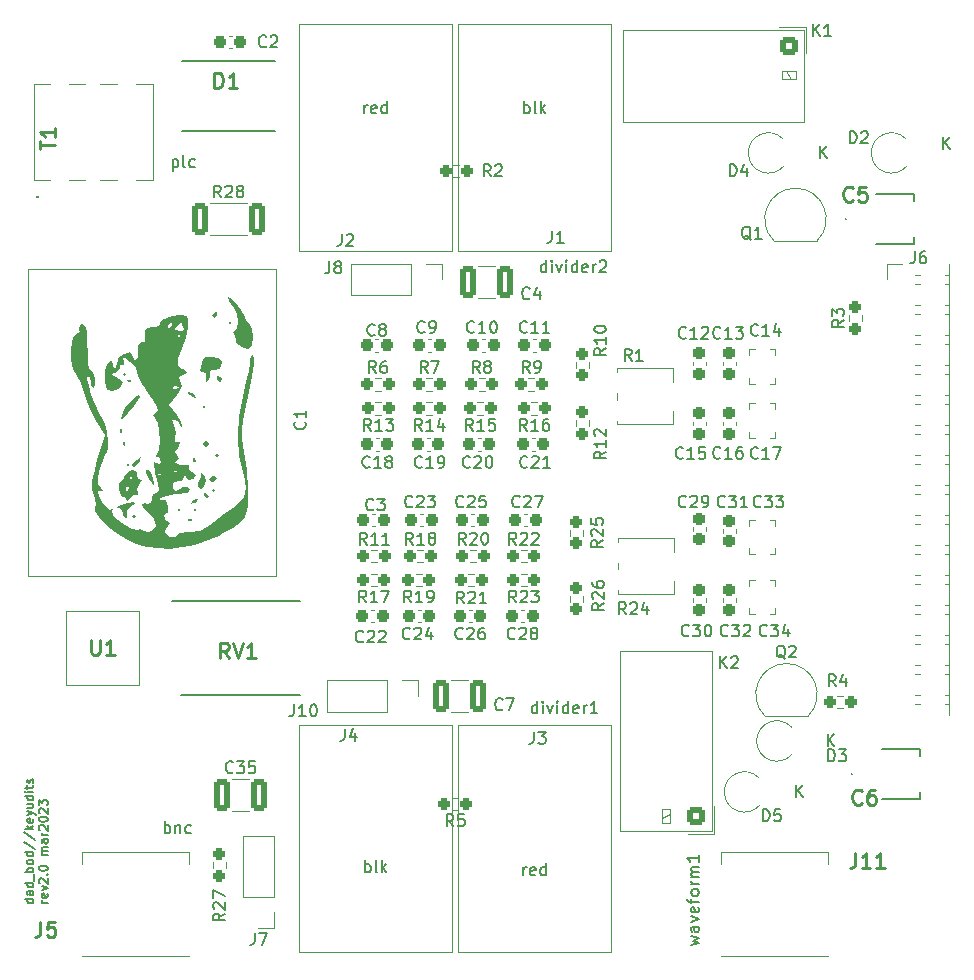
<source format=gto>
%TF.GenerationSoftware,KiCad,Pcbnew,(6.0.9-0)*%
%TF.CreationDate,2023-03-20T13:18:36-04:00*%
%TF.ProjectId,dad_bod_02,6461645f-626f-4645-9f30-322e6b696361,rev?*%
%TF.SameCoordinates,Original*%
%TF.FileFunction,Legend,Top*%
%TF.FilePolarity,Positive*%
%FSLAX46Y46*%
G04 Gerber Fmt 4.6, Leading zero omitted, Abs format (unit mm)*
G04 Created by KiCad (PCBNEW (6.0.9-0)) date 2023-03-20 13:18:36*
%MOMM*%
%LPD*%
G01*
G04 APERTURE LIST*
G04 Aperture macros list*
%AMRoundRect*
0 Rectangle with rounded corners*
0 $1 Rounding radius*
0 $2 $3 $4 $5 $6 $7 $8 $9 X,Y pos of 4 corners*
0 Add a 4 corners polygon primitive as box body*
4,1,4,$2,$3,$4,$5,$6,$7,$8,$9,$2,$3,0*
0 Add four circle primitives for the rounded corners*
1,1,$1+$1,$2,$3*
1,1,$1+$1,$4,$5*
1,1,$1+$1,$6,$7*
1,1,$1+$1,$8,$9*
0 Add four rect primitives between the rounded corners*
20,1,$1+$1,$2,$3,$4,$5,0*
20,1,$1+$1,$4,$5,$6,$7,0*
20,1,$1+$1,$6,$7,$8,$9,0*
20,1,$1+$1,$8,$9,$2,$3,0*%
G04 Aperture macros list end*
%ADD10C,0.150000*%
%ADD11C,0.254000*%
%ADD12C,0.120000*%
%ADD13C,0.200000*%
%ADD14C,0.050000*%
%ADD15C,0.100000*%
%ADD16C,1.524000*%
%ADD17RoundRect,0.237500X0.300000X0.237500X-0.300000X0.237500X-0.300000X-0.237500X0.300000X-0.237500X0*%
%ADD18RoundRect,0.250000X-0.412500X-1.100000X0.412500X-1.100000X0.412500X1.100000X-0.412500X1.100000X0*%
%ADD19R,2.500000X1.600000*%
%ADD20RoundRect,0.237500X0.237500X-0.300000X0.237500X0.300000X-0.237500X0.300000X-0.237500X-0.300000X0*%
%ADD21R,1.000000X0.550000*%
%ADD22RoundRect,0.237500X-0.300000X-0.237500X0.300000X-0.237500X0.300000X0.237500X-0.300000X0.237500X0*%
%ADD23R,2.200000X3.150000*%
%ADD24R,2.200000X2.200000*%
%ADD25O,2.200000X2.200000*%
%ADD26C,3.200000*%
%ADD27C,2.300000*%
%ADD28C,1.755000*%
%ADD29C,2.025000*%
%ADD30R,1.700000X1.700000*%
%ADD31O,1.700000X1.700000*%
%ADD32RoundRect,0.250500X-0.499500X0.499500X-0.499500X-0.499500X0.499500X-0.499500X0.499500X0.499500X0*%
%ADD33C,1.500000*%
%ADD34RoundRect,0.250500X0.499500X0.499500X-0.499500X0.499500X-0.499500X-0.499500X0.499500X-0.499500X0*%
%ADD35R,2.000000X1.300000*%
%ADD36R,2.000000X2.000000*%
%ADD37RoundRect,0.237500X0.250000X0.237500X-0.250000X0.237500X-0.250000X-0.237500X0.250000X-0.237500X0*%
%ADD38RoundRect,0.237500X0.237500X-0.250000X0.237500X0.250000X-0.237500X0.250000X-0.237500X-0.250000X0*%
%ADD39RoundRect,0.237500X-0.250000X-0.237500X0.250000X-0.237500X0.250000X0.237500X-0.250000X0.237500X0*%
%ADD40RoundRect,0.237500X-0.237500X0.250000X-0.237500X-0.250000X0.237500X-0.250000X0.237500X0.250000X0*%
%ADD41R,2.750000X3.200000*%
%ADD42R,1.620000X3.375000*%
%ADD43R,1.200000X3.375000*%
%ADD44R,5.000000X1.300000*%
%ADD45R,1.050000X1.500000*%
%ADD46O,1.050000X1.500000*%
%ADD47RoundRect,0.249999X-0.450001X-1.075001X0.450001X-1.075001X0.450001X1.075001X-0.450001X1.075001X0*%
G04 APERTURE END LIST*
D10*
X147359714Y-141745642D02*
X148026380Y-141555166D01*
X147550190Y-141364690D01*
X148026380Y-141174214D01*
X147359714Y-140983738D01*
X148026380Y-140174214D02*
X147502571Y-140174214D01*
X147407333Y-140221833D01*
X147359714Y-140317071D01*
X147359714Y-140507547D01*
X147407333Y-140602785D01*
X147978761Y-140174214D02*
X148026380Y-140269452D01*
X148026380Y-140507547D01*
X147978761Y-140602785D01*
X147883523Y-140650404D01*
X147788285Y-140650404D01*
X147693047Y-140602785D01*
X147645428Y-140507547D01*
X147645428Y-140269452D01*
X147597809Y-140174214D01*
X147359714Y-139793261D02*
X148026380Y-139555166D01*
X147359714Y-139317071D01*
X147978761Y-138555166D02*
X148026380Y-138650404D01*
X148026380Y-138840880D01*
X147978761Y-138936119D01*
X147883523Y-138983738D01*
X147502571Y-138983738D01*
X147407333Y-138936119D01*
X147359714Y-138840880D01*
X147359714Y-138650404D01*
X147407333Y-138555166D01*
X147502571Y-138507547D01*
X147597809Y-138507547D01*
X147693047Y-138983738D01*
X147359714Y-138221833D02*
X147359714Y-137840880D01*
X148026380Y-138078976D02*
X147169238Y-138078976D01*
X147074000Y-138031357D01*
X147026380Y-137936119D01*
X147026380Y-137840880D01*
X148026380Y-137364690D02*
X147978761Y-137459928D01*
X147931142Y-137507547D01*
X147835904Y-137555166D01*
X147550190Y-137555166D01*
X147454952Y-137507547D01*
X147407333Y-137459928D01*
X147359714Y-137364690D01*
X147359714Y-137221833D01*
X147407333Y-137126595D01*
X147454952Y-137078976D01*
X147550190Y-137031357D01*
X147835904Y-137031357D01*
X147931142Y-137078976D01*
X147978761Y-137126595D01*
X148026380Y-137221833D01*
X148026380Y-137364690D01*
X148026380Y-136602785D02*
X147359714Y-136602785D01*
X147550190Y-136602785D02*
X147454952Y-136555166D01*
X147407333Y-136507547D01*
X147359714Y-136412309D01*
X147359714Y-136317071D01*
X148026380Y-135983738D02*
X147359714Y-135983738D01*
X147454952Y-135983738D02*
X147407333Y-135936119D01*
X147359714Y-135840880D01*
X147359714Y-135698023D01*
X147407333Y-135602785D01*
X147502571Y-135555166D01*
X148026380Y-135555166D01*
X147502571Y-135555166D02*
X147407333Y-135507547D01*
X147359714Y-135412309D01*
X147359714Y-135269452D01*
X147407333Y-135174214D01*
X147502571Y-135126595D01*
X148026380Y-135126595D01*
X148026380Y-134126595D02*
X148026380Y-134698023D01*
X148026380Y-134412309D02*
X147026380Y-134412309D01*
X147169238Y-134507547D01*
X147264476Y-134602785D01*
X147312095Y-134698023D01*
X133231047Y-71318380D02*
X133231047Y-70318380D01*
X133231047Y-70699333D02*
X133326285Y-70651714D01*
X133516761Y-70651714D01*
X133612000Y-70699333D01*
X133659619Y-70746952D01*
X133707238Y-70842190D01*
X133707238Y-71127904D01*
X133659619Y-71223142D01*
X133612000Y-71270761D01*
X133516761Y-71318380D01*
X133326285Y-71318380D01*
X133231047Y-71270761D01*
X134278666Y-71318380D02*
X134183428Y-71270761D01*
X134135809Y-71175523D01*
X134135809Y-70318380D01*
X134659619Y-71318380D02*
X134659619Y-70318380D01*
X134754857Y-70937428D02*
X135040571Y-71318380D01*
X135040571Y-70651714D02*
X134659619Y-71032666D01*
X102790761Y-132278380D02*
X102790761Y-131278380D01*
X102790761Y-131659333D02*
X102886000Y-131611714D01*
X103076476Y-131611714D01*
X103171714Y-131659333D01*
X103219333Y-131706952D01*
X103266952Y-131802190D01*
X103266952Y-132087904D01*
X103219333Y-132183142D01*
X103171714Y-132230761D01*
X103076476Y-132278380D01*
X102886000Y-132278380D01*
X102790761Y-132230761D01*
X103695523Y-131611714D02*
X103695523Y-132278380D01*
X103695523Y-131706952D02*
X103743142Y-131659333D01*
X103838380Y-131611714D01*
X103981238Y-131611714D01*
X104076476Y-131659333D01*
X104124095Y-131754571D01*
X104124095Y-132278380D01*
X105028857Y-132230761D02*
X104933619Y-132278380D01*
X104743142Y-132278380D01*
X104647904Y-132230761D01*
X104600285Y-132183142D01*
X104552666Y-132087904D01*
X104552666Y-131802190D01*
X104600285Y-131706952D01*
X104647904Y-131659333D01*
X104743142Y-131611714D01*
X104933619Y-131611714D01*
X105028857Y-131659333D01*
X134342476Y-122118380D02*
X134342476Y-121118380D01*
X134342476Y-122070761D02*
X134247238Y-122118380D01*
X134056761Y-122118380D01*
X133961523Y-122070761D01*
X133913904Y-122023142D01*
X133866285Y-121927904D01*
X133866285Y-121642190D01*
X133913904Y-121546952D01*
X133961523Y-121499333D01*
X134056761Y-121451714D01*
X134247238Y-121451714D01*
X134342476Y-121499333D01*
X134818666Y-122118380D02*
X134818666Y-121451714D01*
X134818666Y-121118380D02*
X134771047Y-121166000D01*
X134818666Y-121213619D01*
X134866285Y-121166000D01*
X134818666Y-121118380D01*
X134818666Y-121213619D01*
X135199619Y-121451714D02*
X135437714Y-122118380D01*
X135675809Y-121451714D01*
X136056761Y-122118380D02*
X136056761Y-121451714D01*
X136056761Y-121118380D02*
X136009142Y-121166000D01*
X136056761Y-121213619D01*
X136104380Y-121166000D01*
X136056761Y-121118380D01*
X136056761Y-121213619D01*
X136961523Y-122118380D02*
X136961523Y-121118380D01*
X136961523Y-122070761D02*
X136866285Y-122118380D01*
X136675809Y-122118380D01*
X136580571Y-122070761D01*
X136532952Y-122023142D01*
X136485333Y-121927904D01*
X136485333Y-121642190D01*
X136532952Y-121546952D01*
X136580571Y-121499333D01*
X136675809Y-121451714D01*
X136866285Y-121451714D01*
X136961523Y-121499333D01*
X137818666Y-122070761D02*
X137723428Y-122118380D01*
X137532952Y-122118380D01*
X137437714Y-122070761D01*
X137390095Y-121975523D01*
X137390095Y-121594571D01*
X137437714Y-121499333D01*
X137532952Y-121451714D01*
X137723428Y-121451714D01*
X137818666Y-121499333D01*
X137866285Y-121594571D01*
X137866285Y-121689809D01*
X137390095Y-121785047D01*
X138294857Y-122118380D02*
X138294857Y-121451714D01*
X138294857Y-121642190D02*
X138342476Y-121546952D01*
X138390095Y-121499333D01*
X138485333Y-121451714D01*
X138580571Y-121451714D01*
X139437714Y-122118380D02*
X138866285Y-122118380D01*
X139152000Y-122118380D02*
X139152000Y-121118380D01*
X139056761Y-121261238D01*
X138961523Y-121356476D01*
X138866285Y-121404095D01*
X119769047Y-135580380D02*
X119769047Y-134580380D01*
X119769047Y-134961333D02*
X119864285Y-134913714D01*
X120054761Y-134913714D01*
X120150000Y-134961333D01*
X120197619Y-135008952D01*
X120245238Y-135104190D01*
X120245238Y-135389904D01*
X120197619Y-135485142D01*
X120150000Y-135532761D01*
X120054761Y-135580380D01*
X119864285Y-135580380D01*
X119769047Y-135532761D01*
X120816666Y-135580380D02*
X120721428Y-135532761D01*
X120673809Y-135437523D01*
X120673809Y-134580380D01*
X121197619Y-135580380D02*
X121197619Y-134580380D01*
X121292857Y-135199428D02*
X121578571Y-135580380D01*
X121578571Y-134913714D02*
X121197619Y-135294666D01*
X119697619Y-71318380D02*
X119697619Y-70651714D01*
X119697619Y-70842190D02*
X119745238Y-70746952D01*
X119792857Y-70699333D01*
X119888095Y-70651714D01*
X119983333Y-70651714D01*
X120697619Y-71270761D02*
X120602380Y-71318380D01*
X120411904Y-71318380D01*
X120316666Y-71270761D01*
X120269047Y-71175523D01*
X120269047Y-70794571D01*
X120316666Y-70699333D01*
X120411904Y-70651714D01*
X120602380Y-70651714D01*
X120697619Y-70699333D01*
X120745238Y-70794571D01*
X120745238Y-70889809D01*
X120269047Y-70985047D01*
X121602380Y-71318380D02*
X121602380Y-70318380D01*
X121602380Y-71270761D02*
X121507142Y-71318380D01*
X121316666Y-71318380D01*
X121221428Y-71270761D01*
X121173809Y-71223142D01*
X121126190Y-71127904D01*
X121126190Y-70842190D01*
X121173809Y-70746952D01*
X121221428Y-70699333D01*
X121316666Y-70651714D01*
X121507142Y-70651714D01*
X121602380Y-70699333D01*
X135104476Y-84780380D02*
X135104476Y-83780380D01*
X135104476Y-84732761D02*
X135009238Y-84780380D01*
X134818761Y-84780380D01*
X134723523Y-84732761D01*
X134675904Y-84685142D01*
X134628285Y-84589904D01*
X134628285Y-84304190D01*
X134675904Y-84208952D01*
X134723523Y-84161333D01*
X134818761Y-84113714D01*
X135009238Y-84113714D01*
X135104476Y-84161333D01*
X135580666Y-84780380D02*
X135580666Y-84113714D01*
X135580666Y-83780380D02*
X135533047Y-83828000D01*
X135580666Y-83875619D01*
X135628285Y-83828000D01*
X135580666Y-83780380D01*
X135580666Y-83875619D01*
X135961619Y-84113714D02*
X136199714Y-84780380D01*
X136437809Y-84113714D01*
X136818761Y-84780380D02*
X136818761Y-84113714D01*
X136818761Y-83780380D02*
X136771142Y-83828000D01*
X136818761Y-83875619D01*
X136866380Y-83828000D01*
X136818761Y-83780380D01*
X136818761Y-83875619D01*
X137723523Y-84780380D02*
X137723523Y-83780380D01*
X137723523Y-84732761D02*
X137628285Y-84780380D01*
X137437809Y-84780380D01*
X137342571Y-84732761D01*
X137294952Y-84685142D01*
X137247333Y-84589904D01*
X137247333Y-84304190D01*
X137294952Y-84208952D01*
X137342571Y-84161333D01*
X137437809Y-84113714D01*
X137628285Y-84113714D01*
X137723523Y-84161333D01*
X138580666Y-84732761D02*
X138485428Y-84780380D01*
X138294952Y-84780380D01*
X138199714Y-84732761D01*
X138152095Y-84637523D01*
X138152095Y-84256571D01*
X138199714Y-84161333D01*
X138294952Y-84113714D01*
X138485428Y-84113714D01*
X138580666Y-84161333D01*
X138628285Y-84256571D01*
X138628285Y-84351809D01*
X138152095Y-84447047D01*
X139056857Y-84780380D02*
X139056857Y-84113714D01*
X139056857Y-84304190D02*
X139104476Y-84208952D01*
X139152095Y-84161333D01*
X139247333Y-84113714D01*
X139342571Y-84113714D01*
X139628285Y-83875619D02*
X139675904Y-83828000D01*
X139771142Y-83780380D01*
X140009238Y-83780380D01*
X140104476Y-83828000D01*
X140152095Y-83875619D01*
X140199714Y-83970857D01*
X140199714Y-84066095D01*
X140152095Y-84208952D01*
X139580666Y-84780380D01*
X140199714Y-84780380D01*
X133159619Y-135834380D02*
X133159619Y-135167714D01*
X133159619Y-135358190D02*
X133207238Y-135262952D01*
X133254857Y-135215333D01*
X133350095Y-135167714D01*
X133445333Y-135167714D01*
X134159619Y-135786761D02*
X134064380Y-135834380D01*
X133873904Y-135834380D01*
X133778666Y-135786761D01*
X133731047Y-135691523D01*
X133731047Y-135310571D01*
X133778666Y-135215333D01*
X133873904Y-135167714D01*
X134064380Y-135167714D01*
X134159619Y-135215333D01*
X134207238Y-135310571D01*
X134207238Y-135405809D01*
X133731047Y-135501047D01*
X135064380Y-135834380D02*
X135064380Y-134834380D01*
X135064380Y-135786761D02*
X134969142Y-135834380D01*
X134778666Y-135834380D01*
X134683428Y-135786761D01*
X134635809Y-135739142D01*
X134588190Y-135643904D01*
X134588190Y-135358190D01*
X134635809Y-135262952D01*
X134683428Y-135215333D01*
X134778666Y-135167714D01*
X134969142Y-135167714D01*
X135064380Y-135215333D01*
X103489238Y-75223714D02*
X103489238Y-76223714D01*
X103489238Y-75271333D02*
X103584476Y-75223714D01*
X103774952Y-75223714D01*
X103870190Y-75271333D01*
X103917809Y-75318952D01*
X103965428Y-75414190D01*
X103965428Y-75699904D01*
X103917809Y-75795142D01*
X103870190Y-75842761D01*
X103774952Y-75890380D01*
X103584476Y-75890380D01*
X103489238Y-75842761D01*
X104536857Y-75890380D02*
X104441619Y-75842761D01*
X104394000Y-75747523D01*
X104394000Y-74890380D01*
X105346380Y-75842761D02*
X105251142Y-75890380D01*
X105060666Y-75890380D01*
X104965428Y-75842761D01*
X104917809Y-75795142D01*
X104870190Y-75699904D01*
X104870190Y-75414190D01*
X104917809Y-75318952D01*
X104965428Y-75271333D01*
X105060666Y-75223714D01*
X105251142Y-75223714D01*
X105346380Y-75271333D01*
X91683535Y-137832500D02*
X90933535Y-137832500D01*
X91647821Y-137832500D02*
X91683535Y-137903928D01*
X91683535Y-138046785D01*
X91647821Y-138118214D01*
X91612107Y-138153928D01*
X91540678Y-138189642D01*
X91326392Y-138189642D01*
X91254964Y-138153928D01*
X91219250Y-138118214D01*
X91183535Y-138046785D01*
X91183535Y-137903928D01*
X91219250Y-137832500D01*
X91683535Y-137153928D02*
X91290678Y-137153928D01*
X91219250Y-137189642D01*
X91183535Y-137261071D01*
X91183535Y-137403928D01*
X91219250Y-137475357D01*
X91647821Y-137153928D02*
X91683535Y-137225357D01*
X91683535Y-137403928D01*
X91647821Y-137475357D01*
X91576392Y-137511071D01*
X91504964Y-137511071D01*
X91433535Y-137475357D01*
X91397821Y-137403928D01*
X91397821Y-137225357D01*
X91362107Y-137153928D01*
X91683535Y-136475357D02*
X90933535Y-136475357D01*
X91647821Y-136475357D02*
X91683535Y-136546785D01*
X91683535Y-136689642D01*
X91647821Y-136761071D01*
X91612107Y-136796785D01*
X91540678Y-136832500D01*
X91326392Y-136832500D01*
X91254964Y-136796785D01*
X91219250Y-136761071D01*
X91183535Y-136689642D01*
X91183535Y-136546785D01*
X91219250Y-136475357D01*
X91754964Y-136296785D02*
X91754964Y-135725357D01*
X91683535Y-135546785D02*
X90933535Y-135546785D01*
X91219250Y-135546785D02*
X91183535Y-135475357D01*
X91183535Y-135332500D01*
X91219250Y-135261071D01*
X91254964Y-135225357D01*
X91326392Y-135189642D01*
X91540678Y-135189642D01*
X91612107Y-135225357D01*
X91647821Y-135261071D01*
X91683535Y-135332500D01*
X91683535Y-135475357D01*
X91647821Y-135546785D01*
X91683535Y-134761071D02*
X91647821Y-134832500D01*
X91612107Y-134868214D01*
X91540678Y-134903928D01*
X91326392Y-134903928D01*
X91254964Y-134868214D01*
X91219250Y-134832500D01*
X91183535Y-134761071D01*
X91183535Y-134653928D01*
X91219250Y-134582500D01*
X91254964Y-134546785D01*
X91326392Y-134511071D01*
X91540678Y-134511071D01*
X91612107Y-134546785D01*
X91647821Y-134582500D01*
X91683535Y-134653928D01*
X91683535Y-134761071D01*
X91683535Y-133868214D02*
X90933535Y-133868214D01*
X91647821Y-133868214D02*
X91683535Y-133939642D01*
X91683535Y-134082500D01*
X91647821Y-134153928D01*
X91612107Y-134189642D01*
X91540678Y-134225357D01*
X91326392Y-134225357D01*
X91254964Y-134189642D01*
X91219250Y-134153928D01*
X91183535Y-134082500D01*
X91183535Y-133939642D01*
X91219250Y-133868214D01*
X90897821Y-132975357D02*
X91862107Y-133618214D01*
X90897821Y-132189642D02*
X91862107Y-132832500D01*
X91683535Y-131939642D02*
X90933535Y-131939642D01*
X91397821Y-131868214D02*
X91683535Y-131653928D01*
X91183535Y-131653928D02*
X91469250Y-131939642D01*
X91647821Y-131046785D02*
X91683535Y-131118214D01*
X91683535Y-131261071D01*
X91647821Y-131332500D01*
X91576392Y-131368214D01*
X91290678Y-131368214D01*
X91219250Y-131332500D01*
X91183535Y-131261071D01*
X91183535Y-131118214D01*
X91219250Y-131046785D01*
X91290678Y-131011071D01*
X91362107Y-131011071D01*
X91433535Y-131368214D01*
X91183535Y-130761071D02*
X91683535Y-130582500D01*
X91183535Y-130403928D02*
X91683535Y-130582500D01*
X91862107Y-130653928D01*
X91897821Y-130689642D01*
X91933535Y-130761071D01*
X91183535Y-129796785D02*
X91683535Y-129796785D01*
X91183535Y-130118214D02*
X91576392Y-130118214D01*
X91647821Y-130082500D01*
X91683535Y-130011071D01*
X91683535Y-129903928D01*
X91647821Y-129832500D01*
X91612107Y-129796785D01*
X91683535Y-129118214D02*
X90933535Y-129118214D01*
X91647821Y-129118214D02*
X91683535Y-129189642D01*
X91683535Y-129332500D01*
X91647821Y-129403928D01*
X91612107Y-129439642D01*
X91540678Y-129475357D01*
X91326392Y-129475357D01*
X91254964Y-129439642D01*
X91219250Y-129403928D01*
X91183535Y-129332500D01*
X91183535Y-129189642D01*
X91219250Y-129118214D01*
X91683535Y-128761071D02*
X91183535Y-128761071D01*
X90933535Y-128761071D02*
X90969250Y-128796785D01*
X91004964Y-128761071D01*
X90969250Y-128725357D01*
X90933535Y-128761071D01*
X91004964Y-128761071D01*
X91183535Y-128511071D02*
X91183535Y-128225357D01*
X90933535Y-128403928D02*
X91576392Y-128403928D01*
X91647821Y-128368214D01*
X91683535Y-128296785D01*
X91683535Y-128225357D01*
X91647821Y-128011071D02*
X91683535Y-127939642D01*
X91683535Y-127796785D01*
X91647821Y-127725357D01*
X91576392Y-127689642D01*
X91540678Y-127689642D01*
X91469250Y-127725357D01*
X91433535Y-127796785D01*
X91433535Y-127903928D01*
X91397821Y-127975357D01*
X91326392Y-128011071D01*
X91290678Y-128011071D01*
X91219250Y-127975357D01*
X91183535Y-127903928D01*
X91183535Y-127796785D01*
X91219250Y-127725357D01*
X92891035Y-138153928D02*
X92391035Y-138153928D01*
X92533892Y-138153928D02*
X92462464Y-138118214D01*
X92426750Y-138082500D01*
X92391035Y-138011071D01*
X92391035Y-137939642D01*
X92855321Y-137403928D02*
X92891035Y-137475357D01*
X92891035Y-137618214D01*
X92855321Y-137689642D01*
X92783892Y-137725357D01*
X92498178Y-137725357D01*
X92426750Y-137689642D01*
X92391035Y-137618214D01*
X92391035Y-137475357D01*
X92426750Y-137403928D01*
X92498178Y-137368214D01*
X92569607Y-137368214D01*
X92641035Y-137725357D01*
X92391035Y-137118214D02*
X92891035Y-136939642D01*
X92391035Y-136761071D01*
X92212464Y-136511071D02*
X92176750Y-136475357D01*
X92141035Y-136403928D01*
X92141035Y-136225357D01*
X92176750Y-136153928D01*
X92212464Y-136118214D01*
X92283892Y-136082500D01*
X92355321Y-136082500D01*
X92462464Y-136118214D01*
X92891035Y-136546785D01*
X92891035Y-136082500D01*
X92819607Y-135761071D02*
X92855321Y-135725357D01*
X92891035Y-135761071D01*
X92855321Y-135796785D01*
X92819607Y-135761071D01*
X92891035Y-135761071D01*
X92141035Y-135261071D02*
X92141035Y-135189642D01*
X92176750Y-135118214D01*
X92212464Y-135082500D01*
X92283892Y-135046785D01*
X92426750Y-135011071D01*
X92605321Y-135011071D01*
X92748178Y-135046785D01*
X92819607Y-135082500D01*
X92855321Y-135118214D01*
X92891035Y-135189642D01*
X92891035Y-135261071D01*
X92855321Y-135332500D01*
X92819607Y-135368214D01*
X92748178Y-135403928D01*
X92605321Y-135439642D01*
X92426750Y-135439642D01*
X92283892Y-135403928D01*
X92212464Y-135368214D01*
X92176750Y-135332500D01*
X92141035Y-135261071D01*
X92891035Y-134118214D02*
X92391035Y-134118214D01*
X92462464Y-134118214D02*
X92426750Y-134082500D01*
X92391035Y-134011071D01*
X92391035Y-133903928D01*
X92426750Y-133832500D01*
X92498178Y-133796785D01*
X92891035Y-133796785D01*
X92498178Y-133796785D02*
X92426750Y-133761071D01*
X92391035Y-133689642D01*
X92391035Y-133582500D01*
X92426750Y-133511071D01*
X92498178Y-133475357D01*
X92891035Y-133475357D01*
X92891035Y-132796785D02*
X92498178Y-132796785D01*
X92426750Y-132832500D01*
X92391035Y-132903928D01*
X92391035Y-133046785D01*
X92426750Y-133118214D01*
X92855321Y-132796785D02*
X92891035Y-132868214D01*
X92891035Y-133046785D01*
X92855321Y-133118214D01*
X92783892Y-133153928D01*
X92712464Y-133153928D01*
X92641035Y-133118214D01*
X92605321Y-133046785D01*
X92605321Y-132868214D01*
X92569607Y-132796785D01*
X92891035Y-132439642D02*
X92391035Y-132439642D01*
X92533892Y-132439642D02*
X92462464Y-132403928D01*
X92426750Y-132368214D01*
X92391035Y-132296785D01*
X92391035Y-132225357D01*
X92212464Y-132011071D02*
X92176750Y-131975357D01*
X92141035Y-131903928D01*
X92141035Y-131725357D01*
X92176750Y-131653928D01*
X92212464Y-131618214D01*
X92283892Y-131582500D01*
X92355321Y-131582500D01*
X92462464Y-131618214D01*
X92891035Y-132046785D01*
X92891035Y-131582500D01*
X92141035Y-131118214D02*
X92141035Y-131046785D01*
X92176750Y-130975357D01*
X92212464Y-130939642D01*
X92283892Y-130903928D01*
X92426750Y-130868214D01*
X92605321Y-130868214D01*
X92748178Y-130903928D01*
X92819607Y-130939642D01*
X92855321Y-130975357D01*
X92891035Y-131046785D01*
X92891035Y-131118214D01*
X92855321Y-131189642D01*
X92819607Y-131225357D01*
X92748178Y-131261071D01*
X92605321Y-131296785D01*
X92426750Y-131296785D01*
X92283892Y-131261071D01*
X92212464Y-131225357D01*
X92176750Y-131189642D01*
X92141035Y-131118214D01*
X92212464Y-130582500D02*
X92176750Y-130546785D01*
X92141035Y-130475357D01*
X92141035Y-130296785D01*
X92176750Y-130225357D01*
X92212464Y-130189642D01*
X92283892Y-130153928D01*
X92355321Y-130153928D01*
X92462464Y-130189642D01*
X92891035Y-130618214D01*
X92891035Y-130153928D01*
X92141035Y-129903928D02*
X92141035Y-129439642D01*
X92426750Y-129689642D01*
X92426750Y-129582500D01*
X92462464Y-129511071D01*
X92498178Y-129475357D01*
X92569607Y-129439642D01*
X92748178Y-129439642D01*
X92819607Y-129475357D01*
X92855321Y-129511071D01*
X92891035Y-129582500D01*
X92891035Y-129796785D01*
X92855321Y-129868214D01*
X92819607Y-129903928D01*
X114657142Y-97448666D02*
X114704761Y-97496285D01*
X114752380Y-97639142D01*
X114752380Y-97734380D01*
X114704761Y-97877238D01*
X114609523Y-97972476D01*
X114514285Y-98020095D01*
X114323809Y-98067714D01*
X114180952Y-98067714D01*
X113990476Y-98020095D01*
X113895238Y-97972476D01*
X113800000Y-97877238D01*
X113752380Y-97734380D01*
X113752380Y-97639142D01*
X113800000Y-97496285D01*
X113847619Y-97448666D01*
X114752380Y-96496285D02*
X114752380Y-97067714D01*
X114752380Y-96782000D02*
X113752380Y-96782000D01*
X113895238Y-96877238D01*
X113990476Y-96972476D01*
X114038095Y-97067714D01*
X111392333Y-65635142D02*
X111344714Y-65682761D01*
X111201857Y-65730380D01*
X111106619Y-65730380D01*
X110963761Y-65682761D01*
X110868523Y-65587523D01*
X110820904Y-65492285D01*
X110773285Y-65301809D01*
X110773285Y-65158952D01*
X110820904Y-64968476D01*
X110868523Y-64873238D01*
X110963761Y-64778000D01*
X111106619Y-64730380D01*
X111201857Y-64730380D01*
X111344714Y-64778000D01*
X111392333Y-64825619D01*
X111773285Y-64825619D02*
X111820904Y-64778000D01*
X111916142Y-64730380D01*
X112154238Y-64730380D01*
X112249476Y-64778000D01*
X112297095Y-64825619D01*
X112344714Y-64920857D01*
X112344714Y-65016095D01*
X112297095Y-65158952D01*
X111725666Y-65730380D01*
X112344714Y-65730380D01*
X120476100Y-104851642D02*
X120428481Y-104899261D01*
X120285624Y-104946880D01*
X120190386Y-104946880D01*
X120047528Y-104899261D01*
X119952290Y-104804023D01*
X119904671Y-104708785D01*
X119857052Y-104518309D01*
X119857052Y-104375452D01*
X119904671Y-104184976D01*
X119952290Y-104089738D01*
X120047528Y-103994500D01*
X120190386Y-103946880D01*
X120285624Y-103946880D01*
X120428481Y-103994500D01*
X120476100Y-104042119D01*
X120809433Y-103946880D02*
X121428481Y-103946880D01*
X121095147Y-104327833D01*
X121238005Y-104327833D01*
X121333243Y-104375452D01*
X121380862Y-104423071D01*
X121428481Y-104518309D01*
X121428481Y-104756404D01*
X121380862Y-104851642D01*
X121333243Y-104899261D01*
X121238005Y-104946880D01*
X120952290Y-104946880D01*
X120857052Y-104899261D01*
X120809433Y-104851642D01*
X133691333Y-86971142D02*
X133643714Y-87018761D01*
X133500857Y-87066380D01*
X133405619Y-87066380D01*
X133262761Y-87018761D01*
X133167523Y-86923523D01*
X133119904Y-86828285D01*
X133072285Y-86637809D01*
X133072285Y-86494952D01*
X133119904Y-86304476D01*
X133167523Y-86209238D01*
X133262761Y-86114000D01*
X133405619Y-86066380D01*
X133500857Y-86066380D01*
X133643714Y-86114000D01*
X133691333Y-86161619D01*
X134548476Y-86399714D02*
X134548476Y-87066380D01*
X134310380Y-86018761D02*
X134072285Y-86733047D01*
X134691333Y-86733047D01*
D11*
X161050333Y-78685571D02*
X160989857Y-78746047D01*
X160808428Y-78806523D01*
X160687476Y-78806523D01*
X160506047Y-78746047D01*
X160385095Y-78625095D01*
X160324619Y-78504142D01*
X160264142Y-78262238D01*
X160264142Y-78080809D01*
X160324619Y-77838904D01*
X160385095Y-77717952D01*
X160506047Y-77597000D01*
X160687476Y-77536523D01*
X160808428Y-77536523D01*
X160989857Y-77597000D01*
X161050333Y-77657476D01*
X162199380Y-77536523D02*
X161594619Y-77536523D01*
X161534142Y-78141285D01*
X161594619Y-78080809D01*
X161715571Y-78020333D01*
X162017952Y-78020333D01*
X162138904Y-78080809D01*
X162199380Y-78141285D01*
X162259857Y-78262238D01*
X162259857Y-78564619D01*
X162199380Y-78685571D01*
X162138904Y-78746047D01*
X162017952Y-78806523D01*
X161715571Y-78806523D01*
X161594619Y-78746047D01*
X161534142Y-78685571D01*
X161812333Y-129739571D02*
X161751857Y-129800047D01*
X161570428Y-129860523D01*
X161449476Y-129860523D01*
X161268047Y-129800047D01*
X161147095Y-129679095D01*
X161086619Y-129558142D01*
X161026142Y-129316238D01*
X161026142Y-129134809D01*
X161086619Y-128892904D01*
X161147095Y-128771952D01*
X161268047Y-128651000D01*
X161449476Y-128590523D01*
X161570428Y-128590523D01*
X161751857Y-128651000D01*
X161812333Y-128711476D01*
X162900904Y-128590523D02*
X162659000Y-128590523D01*
X162538047Y-128651000D01*
X162477571Y-128711476D01*
X162356619Y-128892904D01*
X162296142Y-129134809D01*
X162296142Y-129618619D01*
X162356619Y-129739571D01*
X162417095Y-129800047D01*
X162538047Y-129860523D01*
X162779952Y-129860523D01*
X162900904Y-129800047D01*
X162961380Y-129739571D01*
X163021857Y-129618619D01*
X163021857Y-129316238D01*
X162961380Y-129195285D01*
X162900904Y-129134809D01*
X162779952Y-129074333D01*
X162538047Y-129074333D01*
X162417095Y-129134809D01*
X162356619Y-129195285D01*
X162296142Y-129316238D01*
D10*
X131405333Y-121769142D02*
X131357714Y-121816761D01*
X131214857Y-121864380D01*
X131119619Y-121864380D01*
X130976761Y-121816761D01*
X130881523Y-121721523D01*
X130833904Y-121626285D01*
X130786285Y-121435809D01*
X130786285Y-121292952D01*
X130833904Y-121102476D01*
X130881523Y-121007238D01*
X130976761Y-120912000D01*
X131119619Y-120864380D01*
X131214857Y-120864380D01*
X131357714Y-120912000D01*
X131405333Y-120959619D01*
X131738666Y-120864380D02*
X132405333Y-120864380D01*
X131976761Y-121864380D01*
X120586833Y-90064642D02*
X120539214Y-90112261D01*
X120396357Y-90159880D01*
X120301119Y-90159880D01*
X120158261Y-90112261D01*
X120063023Y-90017023D01*
X120015404Y-89921785D01*
X119967785Y-89731309D01*
X119967785Y-89588452D01*
X120015404Y-89397976D01*
X120063023Y-89302738D01*
X120158261Y-89207500D01*
X120301119Y-89159880D01*
X120396357Y-89159880D01*
X120539214Y-89207500D01*
X120586833Y-89255119D01*
X121158261Y-89588452D02*
X121063023Y-89540833D01*
X121015404Y-89493214D01*
X120967785Y-89397976D01*
X120967785Y-89350357D01*
X121015404Y-89255119D01*
X121063023Y-89207500D01*
X121158261Y-89159880D01*
X121348738Y-89159880D01*
X121443976Y-89207500D01*
X121491595Y-89255119D01*
X121539214Y-89350357D01*
X121539214Y-89397976D01*
X121491595Y-89493214D01*
X121443976Y-89540833D01*
X121348738Y-89588452D01*
X121158261Y-89588452D01*
X121063023Y-89636071D01*
X121015404Y-89683690D01*
X120967785Y-89778928D01*
X120967785Y-89969404D01*
X121015404Y-90064642D01*
X121063023Y-90112261D01*
X121158261Y-90159880D01*
X121348738Y-90159880D01*
X121443976Y-90112261D01*
X121491595Y-90064642D01*
X121539214Y-89969404D01*
X121539214Y-89778928D01*
X121491595Y-89683690D01*
X121443976Y-89636071D01*
X121348738Y-89588452D01*
X124801333Y-89810642D02*
X124753714Y-89858261D01*
X124610857Y-89905880D01*
X124515619Y-89905880D01*
X124372761Y-89858261D01*
X124277523Y-89763023D01*
X124229904Y-89667785D01*
X124182285Y-89477309D01*
X124182285Y-89334452D01*
X124229904Y-89143976D01*
X124277523Y-89048738D01*
X124372761Y-88953500D01*
X124515619Y-88905880D01*
X124610857Y-88905880D01*
X124753714Y-88953500D01*
X124801333Y-89001119D01*
X125277523Y-89905880D02*
X125468000Y-89905880D01*
X125563238Y-89858261D01*
X125610857Y-89810642D01*
X125706095Y-89667785D01*
X125753714Y-89477309D01*
X125753714Y-89096357D01*
X125706095Y-89001119D01*
X125658476Y-88953500D01*
X125563238Y-88905880D01*
X125372761Y-88905880D01*
X125277523Y-88953500D01*
X125229904Y-89001119D01*
X125182285Y-89096357D01*
X125182285Y-89334452D01*
X125229904Y-89429690D01*
X125277523Y-89477309D01*
X125372761Y-89524928D01*
X125563238Y-89524928D01*
X125658476Y-89477309D01*
X125706095Y-89429690D01*
X125753714Y-89334452D01*
X129007875Y-89810642D02*
X128960256Y-89858261D01*
X128817399Y-89905880D01*
X128722161Y-89905880D01*
X128579304Y-89858261D01*
X128484066Y-89763023D01*
X128436447Y-89667785D01*
X128388828Y-89477309D01*
X128388828Y-89334452D01*
X128436447Y-89143976D01*
X128484066Y-89048738D01*
X128579304Y-88953500D01*
X128722161Y-88905880D01*
X128817399Y-88905880D01*
X128960256Y-88953500D01*
X129007875Y-89001119D01*
X129960256Y-89905880D02*
X129388828Y-89905880D01*
X129674542Y-89905880D02*
X129674542Y-88905880D01*
X129579304Y-89048738D01*
X129484066Y-89143976D01*
X129388828Y-89191595D01*
X130579304Y-88905880D02*
X130674542Y-88905880D01*
X130769780Y-88953500D01*
X130817399Y-89001119D01*
X130865018Y-89096357D01*
X130912637Y-89286833D01*
X130912637Y-89524928D01*
X130865018Y-89715404D01*
X130817399Y-89810642D01*
X130769780Y-89858261D01*
X130674542Y-89905880D01*
X130579304Y-89905880D01*
X130484066Y-89858261D01*
X130436447Y-89810642D01*
X130388828Y-89715404D01*
X130341209Y-89524928D01*
X130341209Y-89286833D01*
X130388828Y-89096357D01*
X130436447Y-89001119D01*
X130484066Y-88953500D01*
X130579304Y-88905880D01*
X133469142Y-89810642D02*
X133421523Y-89858261D01*
X133278666Y-89905880D01*
X133183428Y-89905880D01*
X133040571Y-89858261D01*
X132945333Y-89763023D01*
X132897714Y-89667785D01*
X132850095Y-89477309D01*
X132850095Y-89334452D01*
X132897714Y-89143976D01*
X132945333Y-89048738D01*
X133040571Y-88953500D01*
X133183428Y-88905880D01*
X133278666Y-88905880D01*
X133421523Y-88953500D01*
X133469142Y-89001119D01*
X134421523Y-89905880D02*
X133850095Y-89905880D01*
X134135809Y-89905880D02*
X134135809Y-88905880D01*
X134040571Y-89048738D01*
X133945333Y-89143976D01*
X133850095Y-89191595D01*
X135373904Y-89905880D02*
X134802476Y-89905880D01*
X135088190Y-89905880D02*
X135088190Y-88905880D01*
X134992952Y-89048738D01*
X134897714Y-89143976D01*
X134802476Y-89191595D01*
X146931142Y-90309642D02*
X146883523Y-90357261D01*
X146740666Y-90404880D01*
X146645428Y-90404880D01*
X146502571Y-90357261D01*
X146407333Y-90262023D01*
X146359714Y-90166785D01*
X146312095Y-89976309D01*
X146312095Y-89833452D01*
X146359714Y-89642976D01*
X146407333Y-89547738D01*
X146502571Y-89452500D01*
X146645428Y-89404880D01*
X146740666Y-89404880D01*
X146883523Y-89452500D01*
X146931142Y-89500119D01*
X147883523Y-90404880D02*
X147312095Y-90404880D01*
X147597809Y-90404880D02*
X147597809Y-89404880D01*
X147502571Y-89547738D01*
X147407333Y-89642976D01*
X147312095Y-89690595D01*
X148264476Y-89500119D02*
X148312095Y-89452500D01*
X148407333Y-89404880D01*
X148645428Y-89404880D01*
X148740666Y-89452500D01*
X148788285Y-89500119D01*
X148835904Y-89595357D01*
X148835904Y-89690595D01*
X148788285Y-89833452D01*
X148216857Y-90404880D01*
X148835904Y-90404880D01*
X149852142Y-90309642D02*
X149804523Y-90357261D01*
X149661666Y-90404880D01*
X149566428Y-90404880D01*
X149423571Y-90357261D01*
X149328333Y-90262023D01*
X149280714Y-90166785D01*
X149233095Y-89976309D01*
X149233095Y-89833452D01*
X149280714Y-89642976D01*
X149328333Y-89547738D01*
X149423571Y-89452500D01*
X149566428Y-89404880D01*
X149661666Y-89404880D01*
X149804523Y-89452500D01*
X149852142Y-89500119D01*
X150804523Y-90404880D02*
X150233095Y-90404880D01*
X150518809Y-90404880D02*
X150518809Y-89404880D01*
X150423571Y-89547738D01*
X150328333Y-89642976D01*
X150233095Y-89690595D01*
X151137857Y-89404880D02*
X151756904Y-89404880D01*
X151423571Y-89785833D01*
X151566428Y-89785833D01*
X151661666Y-89833452D01*
X151709285Y-89881071D01*
X151756904Y-89976309D01*
X151756904Y-90214404D01*
X151709285Y-90309642D01*
X151661666Y-90357261D01*
X151566428Y-90404880D01*
X151280714Y-90404880D01*
X151185476Y-90357261D01*
X151137857Y-90309642D01*
X153027142Y-90064642D02*
X152979523Y-90112261D01*
X152836666Y-90159880D01*
X152741428Y-90159880D01*
X152598571Y-90112261D01*
X152503333Y-90017023D01*
X152455714Y-89921785D01*
X152408095Y-89731309D01*
X152408095Y-89588452D01*
X152455714Y-89397976D01*
X152503333Y-89302738D01*
X152598571Y-89207500D01*
X152741428Y-89159880D01*
X152836666Y-89159880D01*
X152979523Y-89207500D01*
X153027142Y-89255119D01*
X153979523Y-90159880D02*
X153408095Y-90159880D01*
X153693809Y-90159880D02*
X153693809Y-89159880D01*
X153598571Y-89302738D01*
X153503333Y-89397976D01*
X153408095Y-89445595D01*
X154836666Y-89493214D02*
X154836666Y-90159880D01*
X154598571Y-89112261D02*
X154360476Y-89826547D01*
X154979523Y-89826547D01*
X146677142Y-100487642D02*
X146629523Y-100535261D01*
X146486666Y-100582880D01*
X146391428Y-100582880D01*
X146248571Y-100535261D01*
X146153333Y-100440023D01*
X146105714Y-100344785D01*
X146058095Y-100154309D01*
X146058095Y-100011452D01*
X146105714Y-99820976D01*
X146153333Y-99725738D01*
X146248571Y-99630500D01*
X146391428Y-99582880D01*
X146486666Y-99582880D01*
X146629523Y-99630500D01*
X146677142Y-99678119D01*
X147629523Y-100582880D02*
X147058095Y-100582880D01*
X147343809Y-100582880D02*
X147343809Y-99582880D01*
X147248571Y-99725738D01*
X147153333Y-99820976D01*
X147058095Y-99868595D01*
X148534285Y-99582880D02*
X148058095Y-99582880D01*
X148010476Y-100059071D01*
X148058095Y-100011452D01*
X148153333Y-99963833D01*
X148391428Y-99963833D01*
X148486666Y-100011452D01*
X148534285Y-100059071D01*
X148581904Y-100154309D01*
X148581904Y-100392404D01*
X148534285Y-100487642D01*
X148486666Y-100535261D01*
X148391428Y-100582880D01*
X148153333Y-100582880D01*
X148058095Y-100535261D01*
X148010476Y-100487642D01*
X149852142Y-100469642D02*
X149804523Y-100517261D01*
X149661666Y-100564880D01*
X149566428Y-100564880D01*
X149423571Y-100517261D01*
X149328333Y-100422023D01*
X149280714Y-100326785D01*
X149233095Y-100136309D01*
X149233095Y-99993452D01*
X149280714Y-99802976D01*
X149328333Y-99707738D01*
X149423571Y-99612500D01*
X149566428Y-99564880D01*
X149661666Y-99564880D01*
X149804523Y-99612500D01*
X149852142Y-99660119D01*
X150804523Y-100564880D02*
X150233095Y-100564880D01*
X150518809Y-100564880D02*
X150518809Y-99564880D01*
X150423571Y-99707738D01*
X150328333Y-99802976D01*
X150233095Y-99850595D01*
X151661666Y-99564880D02*
X151471190Y-99564880D01*
X151375952Y-99612500D01*
X151328333Y-99660119D01*
X151233095Y-99802976D01*
X151185476Y-99993452D01*
X151185476Y-100374404D01*
X151233095Y-100469642D01*
X151280714Y-100517261D01*
X151375952Y-100564880D01*
X151566428Y-100564880D01*
X151661666Y-100517261D01*
X151709285Y-100469642D01*
X151756904Y-100374404D01*
X151756904Y-100136309D01*
X151709285Y-100041071D01*
X151661666Y-99993452D01*
X151566428Y-99945833D01*
X151375952Y-99945833D01*
X151280714Y-99993452D01*
X151233095Y-100041071D01*
X151185476Y-100136309D01*
X153027142Y-100478642D02*
X152979523Y-100526261D01*
X152836666Y-100573880D01*
X152741428Y-100573880D01*
X152598571Y-100526261D01*
X152503333Y-100431023D01*
X152455714Y-100335785D01*
X152408095Y-100145309D01*
X152408095Y-100002452D01*
X152455714Y-99811976D01*
X152503333Y-99716738D01*
X152598571Y-99621500D01*
X152741428Y-99573880D01*
X152836666Y-99573880D01*
X152979523Y-99621500D01*
X153027142Y-99669119D01*
X153979523Y-100573880D02*
X153408095Y-100573880D01*
X153693809Y-100573880D02*
X153693809Y-99573880D01*
X153598571Y-99716738D01*
X153503333Y-99811976D01*
X153408095Y-99859595D01*
X154312857Y-99573880D02*
X154979523Y-99573880D01*
X154550952Y-100573880D01*
X120160642Y-101240642D02*
X120113023Y-101288261D01*
X119970166Y-101335880D01*
X119874928Y-101335880D01*
X119732071Y-101288261D01*
X119636833Y-101193023D01*
X119589214Y-101097785D01*
X119541595Y-100907309D01*
X119541595Y-100764452D01*
X119589214Y-100573976D01*
X119636833Y-100478738D01*
X119732071Y-100383500D01*
X119874928Y-100335880D01*
X119970166Y-100335880D01*
X120113023Y-100383500D01*
X120160642Y-100431119D01*
X121113023Y-101335880D02*
X120541595Y-101335880D01*
X120827309Y-101335880D02*
X120827309Y-100335880D01*
X120732071Y-100478738D01*
X120636833Y-100573976D01*
X120541595Y-100621595D01*
X121684452Y-100764452D02*
X121589214Y-100716833D01*
X121541595Y-100669214D01*
X121493976Y-100573976D01*
X121493976Y-100526357D01*
X121541595Y-100431119D01*
X121589214Y-100383500D01*
X121684452Y-100335880D01*
X121874928Y-100335880D01*
X121970166Y-100383500D01*
X122017785Y-100431119D01*
X122065404Y-100526357D01*
X122065404Y-100573976D01*
X122017785Y-100669214D01*
X121970166Y-100716833D01*
X121874928Y-100764452D01*
X121684452Y-100764452D01*
X121589214Y-100812071D01*
X121541595Y-100859690D01*
X121493976Y-100954928D01*
X121493976Y-101145404D01*
X121541595Y-101240642D01*
X121589214Y-101288261D01*
X121684452Y-101335880D01*
X121874928Y-101335880D01*
X121970166Y-101288261D01*
X122017785Y-101240642D01*
X122065404Y-101145404D01*
X122065404Y-100954928D01*
X122017785Y-100859690D01*
X121970166Y-100812071D01*
X121874928Y-100764452D01*
X124579142Y-101240642D02*
X124531523Y-101288261D01*
X124388666Y-101335880D01*
X124293428Y-101335880D01*
X124150571Y-101288261D01*
X124055333Y-101193023D01*
X124007714Y-101097785D01*
X123960095Y-100907309D01*
X123960095Y-100764452D01*
X124007714Y-100573976D01*
X124055333Y-100478738D01*
X124150571Y-100383500D01*
X124293428Y-100335880D01*
X124388666Y-100335880D01*
X124531523Y-100383500D01*
X124579142Y-100431119D01*
X125531523Y-101335880D02*
X124960095Y-101335880D01*
X125245809Y-101335880D02*
X125245809Y-100335880D01*
X125150571Y-100478738D01*
X125055333Y-100573976D01*
X124960095Y-100621595D01*
X126007714Y-101335880D02*
X126198190Y-101335880D01*
X126293428Y-101288261D01*
X126341047Y-101240642D01*
X126436285Y-101097785D01*
X126483904Y-100907309D01*
X126483904Y-100526357D01*
X126436285Y-100431119D01*
X126388666Y-100383500D01*
X126293428Y-100335880D01*
X126102952Y-100335880D01*
X126007714Y-100383500D01*
X125960095Y-100431119D01*
X125912476Y-100526357D01*
X125912476Y-100764452D01*
X125960095Y-100859690D01*
X126007714Y-100907309D01*
X126102952Y-100954928D01*
X126293428Y-100954928D01*
X126388666Y-100907309D01*
X126436285Y-100859690D01*
X126483904Y-100764452D01*
X128650375Y-101240642D02*
X128602756Y-101288261D01*
X128459899Y-101335880D01*
X128364661Y-101335880D01*
X128221804Y-101288261D01*
X128126566Y-101193023D01*
X128078947Y-101097785D01*
X128031328Y-100907309D01*
X128031328Y-100764452D01*
X128078947Y-100573976D01*
X128126566Y-100478738D01*
X128221804Y-100383500D01*
X128364661Y-100335880D01*
X128459899Y-100335880D01*
X128602756Y-100383500D01*
X128650375Y-100431119D01*
X129031328Y-100431119D02*
X129078947Y-100383500D01*
X129174185Y-100335880D01*
X129412280Y-100335880D01*
X129507518Y-100383500D01*
X129555137Y-100431119D01*
X129602756Y-100526357D01*
X129602756Y-100621595D01*
X129555137Y-100764452D01*
X128983709Y-101335880D01*
X129602756Y-101335880D01*
X130221804Y-100335880D02*
X130317042Y-100335880D01*
X130412280Y-100383500D01*
X130459899Y-100431119D01*
X130507518Y-100526357D01*
X130555137Y-100716833D01*
X130555137Y-100954928D01*
X130507518Y-101145404D01*
X130459899Y-101240642D01*
X130412280Y-101288261D01*
X130317042Y-101335880D01*
X130221804Y-101335880D01*
X130126566Y-101288261D01*
X130078947Y-101240642D01*
X130031328Y-101145404D01*
X129983709Y-100954928D01*
X129983709Y-100716833D01*
X130031328Y-100526357D01*
X130078947Y-100431119D01*
X130126566Y-100383500D01*
X130221804Y-100335880D01*
X133514909Y-101240642D02*
X133467290Y-101288261D01*
X133324433Y-101335880D01*
X133229195Y-101335880D01*
X133086338Y-101288261D01*
X132991100Y-101193023D01*
X132943481Y-101097785D01*
X132895862Y-100907309D01*
X132895862Y-100764452D01*
X132943481Y-100573976D01*
X132991100Y-100478738D01*
X133086338Y-100383500D01*
X133229195Y-100335880D01*
X133324433Y-100335880D01*
X133467290Y-100383500D01*
X133514909Y-100431119D01*
X133895862Y-100431119D02*
X133943481Y-100383500D01*
X134038719Y-100335880D01*
X134276814Y-100335880D01*
X134372052Y-100383500D01*
X134419671Y-100431119D01*
X134467290Y-100526357D01*
X134467290Y-100621595D01*
X134419671Y-100764452D01*
X133848243Y-101335880D01*
X134467290Y-101335880D01*
X135419671Y-101335880D02*
X134848243Y-101335880D01*
X135133957Y-101335880D02*
X135133957Y-100335880D01*
X135038719Y-100478738D01*
X134943481Y-100573976D01*
X134848243Y-100621595D01*
X119606875Y-116027642D02*
X119559256Y-116075261D01*
X119416399Y-116122880D01*
X119321161Y-116122880D01*
X119178304Y-116075261D01*
X119083066Y-115980023D01*
X119035447Y-115884785D01*
X118987828Y-115694309D01*
X118987828Y-115551452D01*
X119035447Y-115360976D01*
X119083066Y-115265738D01*
X119178304Y-115170500D01*
X119321161Y-115122880D01*
X119416399Y-115122880D01*
X119559256Y-115170500D01*
X119606875Y-115218119D01*
X119987828Y-115218119D02*
X120035447Y-115170500D01*
X120130685Y-115122880D01*
X120368780Y-115122880D01*
X120464018Y-115170500D01*
X120511637Y-115218119D01*
X120559256Y-115313357D01*
X120559256Y-115408595D01*
X120511637Y-115551452D01*
X119940209Y-116122880D01*
X120559256Y-116122880D01*
X120940209Y-115218119D02*
X120987828Y-115170500D01*
X121083066Y-115122880D01*
X121321161Y-115122880D01*
X121416399Y-115170500D01*
X121464018Y-115218119D01*
X121511637Y-115313357D01*
X121511637Y-115408595D01*
X121464018Y-115551452D01*
X120892590Y-116122880D01*
X121511637Y-116122880D01*
X123771375Y-104597642D02*
X123723756Y-104645261D01*
X123580899Y-104692880D01*
X123485661Y-104692880D01*
X123342804Y-104645261D01*
X123247566Y-104550023D01*
X123199947Y-104454785D01*
X123152328Y-104264309D01*
X123152328Y-104121452D01*
X123199947Y-103930976D01*
X123247566Y-103835738D01*
X123342804Y-103740500D01*
X123485661Y-103692880D01*
X123580899Y-103692880D01*
X123723756Y-103740500D01*
X123771375Y-103788119D01*
X124152328Y-103788119D02*
X124199947Y-103740500D01*
X124295185Y-103692880D01*
X124533280Y-103692880D01*
X124628518Y-103740500D01*
X124676137Y-103788119D01*
X124723756Y-103883357D01*
X124723756Y-103978595D01*
X124676137Y-104121452D01*
X124104709Y-104692880D01*
X124723756Y-104692880D01*
X125057090Y-103692880D02*
X125676137Y-103692880D01*
X125342804Y-104073833D01*
X125485661Y-104073833D01*
X125580899Y-104121452D01*
X125628518Y-104169071D01*
X125676137Y-104264309D01*
X125676137Y-104502404D01*
X125628518Y-104597642D01*
X125580899Y-104645261D01*
X125485661Y-104692880D01*
X125199947Y-104692880D01*
X125104709Y-104645261D01*
X125057090Y-104597642D01*
X123570375Y-115773642D02*
X123522756Y-115821261D01*
X123379899Y-115868880D01*
X123284661Y-115868880D01*
X123141804Y-115821261D01*
X123046566Y-115726023D01*
X122998947Y-115630785D01*
X122951328Y-115440309D01*
X122951328Y-115297452D01*
X122998947Y-115106976D01*
X123046566Y-115011738D01*
X123141804Y-114916500D01*
X123284661Y-114868880D01*
X123379899Y-114868880D01*
X123522756Y-114916500D01*
X123570375Y-114964119D01*
X123951328Y-114964119D02*
X123998947Y-114916500D01*
X124094185Y-114868880D01*
X124332280Y-114868880D01*
X124427518Y-114916500D01*
X124475137Y-114964119D01*
X124522756Y-115059357D01*
X124522756Y-115154595D01*
X124475137Y-115297452D01*
X123903709Y-115868880D01*
X124522756Y-115868880D01*
X125379899Y-115202214D02*
X125379899Y-115868880D01*
X125141804Y-114821261D02*
X124903709Y-115535547D01*
X125522756Y-115535547D01*
X128089375Y-104597642D02*
X128041756Y-104645261D01*
X127898899Y-104692880D01*
X127803661Y-104692880D01*
X127660804Y-104645261D01*
X127565566Y-104550023D01*
X127517947Y-104454785D01*
X127470328Y-104264309D01*
X127470328Y-104121452D01*
X127517947Y-103930976D01*
X127565566Y-103835738D01*
X127660804Y-103740500D01*
X127803661Y-103692880D01*
X127898899Y-103692880D01*
X128041756Y-103740500D01*
X128089375Y-103788119D01*
X128470328Y-103788119D02*
X128517947Y-103740500D01*
X128613185Y-103692880D01*
X128851280Y-103692880D01*
X128946518Y-103740500D01*
X128994137Y-103788119D01*
X129041756Y-103883357D01*
X129041756Y-103978595D01*
X128994137Y-104121452D01*
X128422709Y-104692880D01*
X129041756Y-104692880D01*
X129946518Y-103692880D02*
X129470328Y-103692880D01*
X129422709Y-104169071D01*
X129470328Y-104121452D01*
X129565566Y-104073833D01*
X129803661Y-104073833D01*
X129898899Y-104121452D01*
X129946518Y-104169071D01*
X129994137Y-104264309D01*
X129994137Y-104502404D01*
X129946518Y-104597642D01*
X129898899Y-104645261D01*
X129803661Y-104692880D01*
X129565566Y-104692880D01*
X129470328Y-104645261D01*
X129422709Y-104597642D01*
X128034642Y-115773642D02*
X127987023Y-115821261D01*
X127844166Y-115868880D01*
X127748928Y-115868880D01*
X127606071Y-115821261D01*
X127510833Y-115726023D01*
X127463214Y-115630785D01*
X127415595Y-115440309D01*
X127415595Y-115297452D01*
X127463214Y-115106976D01*
X127510833Y-115011738D01*
X127606071Y-114916500D01*
X127748928Y-114868880D01*
X127844166Y-114868880D01*
X127987023Y-114916500D01*
X128034642Y-114964119D01*
X128415595Y-114964119D02*
X128463214Y-114916500D01*
X128558452Y-114868880D01*
X128796547Y-114868880D01*
X128891785Y-114916500D01*
X128939404Y-114964119D01*
X128987023Y-115059357D01*
X128987023Y-115154595D01*
X128939404Y-115297452D01*
X128367976Y-115868880D01*
X128987023Y-115868880D01*
X129844166Y-114868880D02*
X129653690Y-114868880D01*
X129558452Y-114916500D01*
X129510833Y-114964119D01*
X129415595Y-115106976D01*
X129367976Y-115297452D01*
X129367976Y-115678404D01*
X129415595Y-115773642D01*
X129463214Y-115821261D01*
X129558452Y-115868880D01*
X129748928Y-115868880D01*
X129844166Y-115821261D01*
X129891785Y-115773642D01*
X129939404Y-115678404D01*
X129939404Y-115440309D01*
X129891785Y-115345071D01*
X129844166Y-115297452D01*
X129748928Y-115249833D01*
X129558452Y-115249833D01*
X129463214Y-115297452D01*
X129415595Y-115345071D01*
X129367976Y-115440309D01*
X132853409Y-104597642D02*
X132805790Y-104645261D01*
X132662933Y-104692880D01*
X132567695Y-104692880D01*
X132424838Y-104645261D01*
X132329600Y-104550023D01*
X132281981Y-104454785D01*
X132234362Y-104264309D01*
X132234362Y-104121452D01*
X132281981Y-103930976D01*
X132329600Y-103835738D01*
X132424838Y-103740500D01*
X132567695Y-103692880D01*
X132662933Y-103692880D01*
X132805790Y-103740500D01*
X132853409Y-103788119D01*
X133234362Y-103788119D02*
X133281981Y-103740500D01*
X133377219Y-103692880D01*
X133615314Y-103692880D01*
X133710552Y-103740500D01*
X133758171Y-103788119D01*
X133805790Y-103883357D01*
X133805790Y-103978595D01*
X133758171Y-104121452D01*
X133186743Y-104692880D01*
X133805790Y-104692880D01*
X134139124Y-103692880D02*
X134805790Y-103692880D01*
X134377219Y-104692880D01*
X132453142Y-115773642D02*
X132405523Y-115821261D01*
X132262666Y-115868880D01*
X132167428Y-115868880D01*
X132024571Y-115821261D01*
X131929333Y-115726023D01*
X131881714Y-115630785D01*
X131834095Y-115440309D01*
X131834095Y-115297452D01*
X131881714Y-115106976D01*
X131929333Y-115011738D01*
X132024571Y-114916500D01*
X132167428Y-114868880D01*
X132262666Y-114868880D01*
X132405523Y-114916500D01*
X132453142Y-114964119D01*
X132834095Y-114964119D02*
X132881714Y-114916500D01*
X132976952Y-114868880D01*
X133215047Y-114868880D01*
X133310285Y-114916500D01*
X133357904Y-114964119D01*
X133405523Y-115059357D01*
X133405523Y-115154595D01*
X133357904Y-115297452D01*
X132786476Y-115868880D01*
X133405523Y-115868880D01*
X133976952Y-115297452D02*
X133881714Y-115249833D01*
X133834095Y-115202214D01*
X133786476Y-115106976D01*
X133786476Y-115059357D01*
X133834095Y-114964119D01*
X133881714Y-114916500D01*
X133976952Y-114868880D01*
X134167428Y-114868880D01*
X134262666Y-114916500D01*
X134310285Y-114964119D01*
X134357904Y-115059357D01*
X134357904Y-115106976D01*
X134310285Y-115202214D01*
X134262666Y-115249833D01*
X134167428Y-115297452D01*
X133976952Y-115297452D01*
X133881714Y-115345071D01*
X133834095Y-115392690D01*
X133786476Y-115487928D01*
X133786476Y-115678404D01*
X133834095Y-115773642D01*
X133881714Y-115821261D01*
X133976952Y-115868880D01*
X134167428Y-115868880D01*
X134262666Y-115821261D01*
X134310285Y-115773642D01*
X134357904Y-115678404D01*
X134357904Y-115487928D01*
X134310285Y-115392690D01*
X134262666Y-115345071D01*
X134167428Y-115297452D01*
X146931142Y-104597642D02*
X146883523Y-104645261D01*
X146740666Y-104692880D01*
X146645428Y-104692880D01*
X146502571Y-104645261D01*
X146407333Y-104550023D01*
X146359714Y-104454785D01*
X146312095Y-104264309D01*
X146312095Y-104121452D01*
X146359714Y-103930976D01*
X146407333Y-103835738D01*
X146502571Y-103740500D01*
X146645428Y-103692880D01*
X146740666Y-103692880D01*
X146883523Y-103740500D01*
X146931142Y-103788119D01*
X147312095Y-103788119D02*
X147359714Y-103740500D01*
X147454952Y-103692880D01*
X147693047Y-103692880D01*
X147788285Y-103740500D01*
X147835904Y-103788119D01*
X147883523Y-103883357D01*
X147883523Y-103978595D01*
X147835904Y-104121452D01*
X147264476Y-104692880D01*
X147883523Y-104692880D01*
X148359714Y-104692880D02*
X148550190Y-104692880D01*
X148645428Y-104645261D01*
X148693047Y-104597642D01*
X148788285Y-104454785D01*
X148835904Y-104264309D01*
X148835904Y-103883357D01*
X148788285Y-103788119D01*
X148740666Y-103740500D01*
X148645428Y-103692880D01*
X148454952Y-103692880D01*
X148359714Y-103740500D01*
X148312095Y-103788119D01*
X148264476Y-103883357D01*
X148264476Y-104121452D01*
X148312095Y-104216690D01*
X148359714Y-104264309D01*
X148454952Y-104311928D01*
X148645428Y-104311928D01*
X148740666Y-104264309D01*
X148788285Y-104216690D01*
X148835904Y-104121452D01*
X147185142Y-115519642D02*
X147137523Y-115567261D01*
X146994666Y-115614880D01*
X146899428Y-115614880D01*
X146756571Y-115567261D01*
X146661333Y-115472023D01*
X146613714Y-115376785D01*
X146566095Y-115186309D01*
X146566095Y-115043452D01*
X146613714Y-114852976D01*
X146661333Y-114757738D01*
X146756571Y-114662500D01*
X146899428Y-114614880D01*
X146994666Y-114614880D01*
X147137523Y-114662500D01*
X147185142Y-114710119D01*
X147518476Y-114614880D02*
X148137523Y-114614880D01*
X147804190Y-114995833D01*
X147947047Y-114995833D01*
X148042285Y-115043452D01*
X148089904Y-115091071D01*
X148137523Y-115186309D01*
X148137523Y-115424404D01*
X148089904Y-115519642D01*
X148042285Y-115567261D01*
X147947047Y-115614880D01*
X147661333Y-115614880D01*
X147566095Y-115567261D01*
X147518476Y-115519642D01*
X148756571Y-114614880D02*
X148851809Y-114614880D01*
X148947047Y-114662500D01*
X148994666Y-114710119D01*
X149042285Y-114805357D01*
X149089904Y-114995833D01*
X149089904Y-115233928D01*
X149042285Y-115424404D01*
X148994666Y-115519642D01*
X148947047Y-115567261D01*
X148851809Y-115614880D01*
X148756571Y-115614880D01*
X148661333Y-115567261D01*
X148613714Y-115519642D01*
X148566095Y-115424404D01*
X148518476Y-115233928D01*
X148518476Y-114995833D01*
X148566095Y-114805357D01*
X148613714Y-114710119D01*
X148661333Y-114662500D01*
X148756571Y-114614880D01*
X150233142Y-104597642D02*
X150185523Y-104645261D01*
X150042666Y-104692880D01*
X149947428Y-104692880D01*
X149804571Y-104645261D01*
X149709333Y-104550023D01*
X149661714Y-104454785D01*
X149614095Y-104264309D01*
X149614095Y-104121452D01*
X149661714Y-103930976D01*
X149709333Y-103835738D01*
X149804571Y-103740500D01*
X149947428Y-103692880D01*
X150042666Y-103692880D01*
X150185523Y-103740500D01*
X150233142Y-103788119D01*
X150566476Y-103692880D02*
X151185523Y-103692880D01*
X150852190Y-104073833D01*
X150995047Y-104073833D01*
X151090285Y-104121452D01*
X151137904Y-104169071D01*
X151185523Y-104264309D01*
X151185523Y-104502404D01*
X151137904Y-104597642D01*
X151090285Y-104645261D01*
X150995047Y-104692880D01*
X150709333Y-104692880D01*
X150614095Y-104645261D01*
X150566476Y-104597642D01*
X152137904Y-104692880D02*
X151566476Y-104692880D01*
X151852190Y-104692880D02*
X151852190Y-103692880D01*
X151756952Y-103835738D01*
X151661714Y-103930976D01*
X151566476Y-103978595D01*
X153281142Y-104597642D02*
X153233523Y-104645261D01*
X153090666Y-104692880D01*
X152995428Y-104692880D01*
X152852571Y-104645261D01*
X152757333Y-104550023D01*
X152709714Y-104454785D01*
X152662095Y-104264309D01*
X152662095Y-104121452D01*
X152709714Y-103930976D01*
X152757333Y-103835738D01*
X152852571Y-103740500D01*
X152995428Y-103692880D01*
X153090666Y-103692880D01*
X153233523Y-103740500D01*
X153281142Y-103788119D01*
X153614476Y-103692880D02*
X154233523Y-103692880D01*
X153900190Y-104073833D01*
X154043047Y-104073833D01*
X154138285Y-104121452D01*
X154185904Y-104169071D01*
X154233523Y-104264309D01*
X154233523Y-104502404D01*
X154185904Y-104597642D01*
X154138285Y-104645261D01*
X154043047Y-104692880D01*
X153757333Y-104692880D01*
X153662095Y-104645261D01*
X153614476Y-104597642D01*
X154566857Y-103692880D02*
X155185904Y-103692880D01*
X154852571Y-104073833D01*
X154995428Y-104073833D01*
X155090666Y-104121452D01*
X155138285Y-104169071D01*
X155185904Y-104264309D01*
X155185904Y-104502404D01*
X155138285Y-104597642D01*
X155090666Y-104645261D01*
X154995428Y-104692880D01*
X154709714Y-104692880D01*
X154614476Y-104645261D01*
X154566857Y-104597642D01*
X153789142Y-115519642D02*
X153741523Y-115567261D01*
X153598666Y-115614880D01*
X153503428Y-115614880D01*
X153360571Y-115567261D01*
X153265333Y-115472023D01*
X153217714Y-115376785D01*
X153170095Y-115186309D01*
X153170095Y-115043452D01*
X153217714Y-114852976D01*
X153265333Y-114757738D01*
X153360571Y-114662500D01*
X153503428Y-114614880D01*
X153598666Y-114614880D01*
X153741523Y-114662500D01*
X153789142Y-114710119D01*
X154122476Y-114614880D02*
X154741523Y-114614880D01*
X154408190Y-114995833D01*
X154551047Y-114995833D01*
X154646285Y-115043452D01*
X154693904Y-115091071D01*
X154741523Y-115186309D01*
X154741523Y-115424404D01*
X154693904Y-115519642D01*
X154646285Y-115567261D01*
X154551047Y-115614880D01*
X154265333Y-115614880D01*
X154170095Y-115567261D01*
X154122476Y-115519642D01*
X155598666Y-114948214D02*
X155598666Y-115614880D01*
X155360571Y-114567261D02*
X155122476Y-115281547D01*
X155741523Y-115281547D01*
X108577142Y-127089142D02*
X108529523Y-127136761D01*
X108386666Y-127184380D01*
X108291428Y-127184380D01*
X108148571Y-127136761D01*
X108053333Y-127041523D01*
X108005714Y-126946285D01*
X107958095Y-126755809D01*
X107958095Y-126612952D01*
X108005714Y-126422476D01*
X108053333Y-126327238D01*
X108148571Y-126232000D01*
X108291428Y-126184380D01*
X108386666Y-126184380D01*
X108529523Y-126232000D01*
X108577142Y-126279619D01*
X108910476Y-126184380D02*
X109529523Y-126184380D01*
X109196190Y-126565333D01*
X109339047Y-126565333D01*
X109434285Y-126612952D01*
X109481904Y-126660571D01*
X109529523Y-126755809D01*
X109529523Y-126993904D01*
X109481904Y-127089142D01*
X109434285Y-127136761D01*
X109339047Y-127184380D01*
X109053333Y-127184380D01*
X108958095Y-127136761D01*
X108910476Y-127089142D01*
X110434285Y-126184380D02*
X109958095Y-126184380D01*
X109910476Y-126660571D01*
X109958095Y-126612952D01*
X110053333Y-126565333D01*
X110291428Y-126565333D01*
X110386666Y-126612952D01*
X110434285Y-126660571D01*
X110481904Y-126755809D01*
X110481904Y-126993904D01*
X110434285Y-127089142D01*
X110386666Y-127136761D01*
X110291428Y-127184380D01*
X110053333Y-127184380D01*
X109958095Y-127136761D01*
X109910476Y-127089142D01*
D11*
X107012619Y-69154523D02*
X107012619Y-67884523D01*
X107315000Y-67884523D01*
X107496428Y-67945000D01*
X107617380Y-68065952D01*
X107677857Y-68186904D01*
X107738333Y-68428809D01*
X107738333Y-68610238D01*
X107677857Y-68852142D01*
X107617380Y-68973095D01*
X107496428Y-69094047D01*
X107315000Y-69154523D01*
X107012619Y-69154523D01*
X108947857Y-69154523D02*
X108222142Y-69154523D01*
X108585000Y-69154523D02*
X108585000Y-67884523D01*
X108464047Y-68065952D01*
X108343095Y-68186904D01*
X108222142Y-68247380D01*
D10*
X160805904Y-73858380D02*
X160805904Y-72858380D01*
X161044000Y-72858380D01*
X161186857Y-72906000D01*
X161282095Y-73001238D01*
X161329714Y-73096476D01*
X161377333Y-73286952D01*
X161377333Y-73429809D01*
X161329714Y-73620285D01*
X161282095Y-73715523D01*
X161186857Y-73810761D01*
X161044000Y-73858380D01*
X160805904Y-73858380D01*
X161758285Y-72953619D02*
X161805904Y-72906000D01*
X161901142Y-72858380D01*
X162139238Y-72858380D01*
X162234476Y-72906000D01*
X162282095Y-72953619D01*
X162329714Y-73048857D01*
X162329714Y-73144095D01*
X162282095Y-73286952D01*
X161710666Y-73858380D01*
X162329714Y-73858380D01*
X168703861Y-74366380D02*
X168703861Y-73366380D01*
X169275289Y-74366380D02*
X168846718Y-73794952D01*
X169275289Y-73366380D02*
X168703861Y-73937809D01*
X158972138Y-126182380D02*
X158972138Y-125182380D01*
X159210234Y-125182380D01*
X159353091Y-125230000D01*
X159448329Y-125325238D01*
X159495948Y-125420476D01*
X159543567Y-125610952D01*
X159543567Y-125753809D01*
X159495948Y-125944285D01*
X159448329Y-126039523D01*
X159353091Y-126134761D01*
X159210234Y-126182380D01*
X158972138Y-126182380D01*
X159876900Y-125182380D02*
X160495948Y-125182380D01*
X160162614Y-125563333D01*
X160305472Y-125563333D01*
X160400710Y-125610952D01*
X160448329Y-125658571D01*
X160495948Y-125753809D01*
X160495948Y-125991904D01*
X160448329Y-126087142D01*
X160400710Y-126134761D01*
X160305472Y-126182380D01*
X160019757Y-126182380D01*
X159924519Y-126134761D01*
X159876900Y-126087142D01*
X158940329Y-124912380D02*
X158940329Y-123912380D01*
X159511757Y-124912380D02*
X159083186Y-124340952D01*
X159511757Y-123912380D02*
X158940329Y-124483809D01*
X150645904Y-76652380D02*
X150645904Y-75652380D01*
X150884000Y-75652380D01*
X151026857Y-75700000D01*
X151122095Y-75795238D01*
X151169714Y-75890476D01*
X151217333Y-76080952D01*
X151217333Y-76223809D01*
X151169714Y-76414285D01*
X151122095Y-76509523D01*
X151026857Y-76604761D01*
X150884000Y-76652380D01*
X150645904Y-76652380D01*
X152074476Y-75985714D02*
X152074476Y-76652380D01*
X151836380Y-75604761D02*
X151598285Y-76319047D01*
X152217333Y-76319047D01*
X158302095Y-75128380D02*
X158302095Y-74128380D01*
X158873523Y-75128380D02*
X158444952Y-74556952D01*
X158873523Y-74128380D02*
X158302095Y-74699809D01*
X153439904Y-131262380D02*
X153439904Y-130262380D01*
X153678000Y-130262380D01*
X153820857Y-130310000D01*
X153916095Y-130405238D01*
X153963714Y-130500476D01*
X154011333Y-130690952D01*
X154011333Y-130833809D01*
X153963714Y-131024285D01*
X153916095Y-131119523D01*
X153820857Y-131214761D01*
X153678000Y-131262380D01*
X153439904Y-131262380D01*
X154916095Y-130262380D02*
X154439904Y-130262380D01*
X154392285Y-130738571D01*
X154439904Y-130690952D01*
X154535142Y-130643333D01*
X154773238Y-130643333D01*
X154868476Y-130690952D01*
X154916095Y-130738571D01*
X154963714Y-130833809D01*
X154963714Y-131071904D01*
X154916095Y-131167142D01*
X154868476Y-131214761D01*
X154773238Y-131262380D01*
X154535142Y-131262380D01*
X154439904Y-131214761D01*
X154392285Y-131167142D01*
X156270095Y-129230380D02*
X156270095Y-128230380D01*
X156841523Y-129230380D02*
X156412952Y-128658952D01*
X156841523Y-128230380D02*
X156270095Y-128801809D01*
X135576666Y-81280380D02*
X135576666Y-81994666D01*
X135529047Y-82137523D01*
X135433809Y-82232761D01*
X135290952Y-82280380D01*
X135195714Y-82280380D01*
X136576666Y-82280380D02*
X136005238Y-82280380D01*
X136290952Y-82280380D02*
X136290952Y-81280380D01*
X136195714Y-81423238D01*
X136100476Y-81518476D01*
X136005238Y-81566095D01*
X117776666Y-81534380D02*
X117776666Y-82248666D01*
X117729047Y-82391523D01*
X117633809Y-82486761D01*
X117490952Y-82534380D01*
X117395714Y-82534380D01*
X118205238Y-81629619D02*
X118252857Y-81582000D01*
X118348095Y-81534380D01*
X118586190Y-81534380D01*
X118681428Y-81582000D01*
X118729047Y-81629619D01*
X118776666Y-81724857D01*
X118776666Y-81820095D01*
X118729047Y-81962952D01*
X118157619Y-82534380D01*
X118776666Y-82534380D01*
X134052666Y-123688380D02*
X134052666Y-124402666D01*
X134005047Y-124545523D01*
X133909809Y-124640761D01*
X133766952Y-124688380D01*
X133671714Y-124688380D01*
X134433619Y-123688380D02*
X135052666Y-123688380D01*
X134719333Y-124069333D01*
X134862190Y-124069333D01*
X134957428Y-124116952D01*
X135005047Y-124164571D01*
X135052666Y-124259809D01*
X135052666Y-124497904D01*
X135005047Y-124593142D01*
X134957428Y-124640761D01*
X134862190Y-124688380D01*
X134576476Y-124688380D01*
X134481238Y-124640761D01*
X134433619Y-124593142D01*
X118050666Y-123434380D02*
X118050666Y-124148666D01*
X118003047Y-124291523D01*
X117907809Y-124386761D01*
X117764952Y-124434380D01*
X117669714Y-124434380D01*
X118955428Y-123767714D02*
X118955428Y-124434380D01*
X118717333Y-123386761D02*
X118479238Y-124101047D01*
X119098285Y-124101047D01*
D11*
X92286666Y-139766523D02*
X92286666Y-140673666D01*
X92226190Y-140855095D01*
X92105238Y-140976047D01*
X91923809Y-141036523D01*
X91802857Y-141036523D01*
X93496190Y-139766523D02*
X92891428Y-139766523D01*
X92830952Y-140371285D01*
X92891428Y-140310809D01*
X93012380Y-140250333D01*
X93314761Y-140250333D01*
X93435714Y-140310809D01*
X93496190Y-140371285D01*
X93556666Y-140492238D01*
X93556666Y-140794619D01*
X93496190Y-140915571D01*
X93435714Y-140976047D01*
X93314761Y-141036523D01*
X93012380Y-141036523D01*
X92891428Y-140976047D01*
X92830952Y-140915571D01*
D10*
X116745666Y-83860380D02*
X116745666Y-84574666D01*
X116698047Y-84717523D01*
X116602809Y-84812761D01*
X116459952Y-84860380D01*
X116364714Y-84860380D01*
X117364714Y-84288952D02*
X117269476Y-84241333D01*
X117221857Y-84193714D01*
X117174238Y-84098476D01*
X117174238Y-84050857D01*
X117221857Y-83955619D01*
X117269476Y-83908000D01*
X117364714Y-83860380D01*
X117555190Y-83860380D01*
X117650428Y-83908000D01*
X117698047Y-83955619D01*
X117745666Y-84050857D01*
X117745666Y-84098476D01*
X117698047Y-84193714D01*
X117650428Y-84241333D01*
X117555190Y-84288952D01*
X117364714Y-84288952D01*
X117269476Y-84336571D01*
X117221857Y-84384190D01*
X117174238Y-84479428D01*
X117174238Y-84669904D01*
X117221857Y-84765142D01*
X117269476Y-84812761D01*
X117364714Y-84860380D01*
X117555190Y-84860380D01*
X117650428Y-84812761D01*
X117698047Y-84765142D01*
X117745666Y-84669904D01*
X117745666Y-84479428D01*
X117698047Y-84384190D01*
X117650428Y-84336571D01*
X117555190Y-84288952D01*
X113744476Y-121372380D02*
X113744476Y-122086666D01*
X113696857Y-122229523D01*
X113601619Y-122324761D01*
X113458761Y-122372380D01*
X113363523Y-122372380D01*
X114744476Y-122372380D02*
X114173047Y-122372380D01*
X114458761Y-122372380D02*
X114458761Y-121372380D01*
X114363523Y-121515238D01*
X114268285Y-121610476D01*
X114173047Y-121658095D01*
X115363523Y-121372380D02*
X115458761Y-121372380D01*
X115554000Y-121420000D01*
X115601619Y-121467619D01*
X115649238Y-121562857D01*
X115696857Y-121753333D01*
X115696857Y-121991428D01*
X115649238Y-122181904D01*
X115601619Y-122277142D01*
X115554000Y-122324761D01*
X115458761Y-122372380D01*
X115363523Y-122372380D01*
X115268285Y-122324761D01*
X115220666Y-122277142D01*
X115173047Y-122181904D01*
X115125428Y-121991428D01*
X115125428Y-121753333D01*
X115173047Y-121562857D01*
X115220666Y-121467619D01*
X115268285Y-121420000D01*
X115363523Y-121372380D01*
X157685404Y-64786880D02*
X157685404Y-63786880D01*
X158256833Y-64786880D02*
X157828261Y-64215452D01*
X158256833Y-63786880D02*
X157685404Y-64358309D01*
X159209214Y-64786880D02*
X158637785Y-64786880D01*
X158923500Y-64786880D02*
X158923500Y-63786880D01*
X158828261Y-63929738D01*
X158733023Y-64024976D01*
X158637785Y-64072595D01*
X149811404Y-118308380D02*
X149811404Y-117308380D01*
X150382833Y-118308380D02*
X149954261Y-117736952D01*
X150382833Y-117308380D02*
X149811404Y-117879809D01*
X150763785Y-117403619D02*
X150811404Y-117356000D01*
X150906642Y-117308380D01*
X151144738Y-117308380D01*
X151239976Y-117356000D01*
X151287595Y-117403619D01*
X151335214Y-117498857D01*
X151335214Y-117594095D01*
X151287595Y-117736952D01*
X150716166Y-118308380D01*
X151335214Y-118308380D01*
X142327333Y-92292380D02*
X141994000Y-91816190D01*
X141755904Y-92292380D02*
X141755904Y-91292380D01*
X142136857Y-91292380D01*
X142232095Y-91340000D01*
X142279714Y-91387619D01*
X142327333Y-91482857D01*
X142327333Y-91625714D01*
X142279714Y-91720952D01*
X142232095Y-91768571D01*
X142136857Y-91816190D01*
X141755904Y-91816190D01*
X143279714Y-92292380D02*
X142708285Y-92292380D01*
X142994000Y-92292380D02*
X142994000Y-91292380D01*
X142898761Y-91435238D01*
X142803523Y-91530476D01*
X142708285Y-91578095D01*
X130389333Y-76652380D02*
X130056000Y-76176190D01*
X129817904Y-76652380D02*
X129817904Y-75652380D01*
X130198857Y-75652380D01*
X130294095Y-75700000D01*
X130341714Y-75747619D01*
X130389333Y-75842857D01*
X130389333Y-75985714D01*
X130341714Y-76080952D01*
X130294095Y-76128571D01*
X130198857Y-76176190D01*
X129817904Y-76176190D01*
X130770285Y-75747619D02*
X130817904Y-75700000D01*
X130913142Y-75652380D01*
X131151238Y-75652380D01*
X131246476Y-75700000D01*
X131294095Y-75747619D01*
X131341714Y-75842857D01*
X131341714Y-75938095D01*
X131294095Y-76080952D01*
X130722666Y-76652380D01*
X131341714Y-76652380D01*
X160312380Y-88812666D02*
X159836190Y-89146000D01*
X160312380Y-89384095D02*
X159312380Y-89384095D01*
X159312380Y-89003142D01*
X159360000Y-88907904D01*
X159407619Y-88860285D01*
X159502857Y-88812666D01*
X159645714Y-88812666D01*
X159740952Y-88860285D01*
X159788571Y-88907904D01*
X159836190Y-89003142D01*
X159836190Y-89384095D01*
X159312380Y-88479333D02*
X159312380Y-87860285D01*
X159693333Y-88193619D01*
X159693333Y-88050761D01*
X159740952Y-87955523D01*
X159788571Y-87907904D01*
X159883809Y-87860285D01*
X160121904Y-87860285D01*
X160217142Y-87907904D01*
X160264761Y-87955523D01*
X160312380Y-88050761D01*
X160312380Y-88336476D01*
X160264761Y-88431714D01*
X160217142Y-88479333D01*
X159598609Y-119832380D02*
X159265276Y-119356190D01*
X159027180Y-119832380D02*
X159027180Y-118832380D01*
X159408133Y-118832380D01*
X159503371Y-118880000D01*
X159550990Y-118927619D01*
X159598609Y-119022857D01*
X159598609Y-119165714D01*
X159550990Y-119260952D01*
X159503371Y-119308571D01*
X159408133Y-119356190D01*
X159027180Y-119356190D01*
X160455752Y-119165714D02*
X160455752Y-119832380D01*
X160217656Y-118784761D02*
X159979561Y-119499047D01*
X160598609Y-119499047D01*
X127237833Y-131676380D02*
X126904500Y-131200190D01*
X126666404Y-131676380D02*
X126666404Y-130676380D01*
X127047357Y-130676380D01*
X127142595Y-130724000D01*
X127190214Y-130771619D01*
X127237833Y-130866857D01*
X127237833Y-131009714D01*
X127190214Y-131104952D01*
X127142595Y-131152571D01*
X127047357Y-131200190D01*
X126666404Y-131200190D01*
X128142595Y-130676380D02*
X127666404Y-130676380D01*
X127618785Y-131152571D01*
X127666404Y-131104952D01*
X127761642Y-131057333D01*
X127999738Y-131057333D01*
X128094976Y-131104952D01*
X128142595Y-131152571D01*
X128190214Y-131247809D01*
X128190214Y-131485904D01*
X128142595Y-131581142D01*
X128094976Y-131628761D01*
X127999738Y-131676380D01*
X127761642Y-131676380D01*
X127666404Y-131628761D01*
X127618785Y-131581142D01*
X120690333Y-93301880D02*
X120357000Y-92825690D01*
X120118904Y-93301880D02*
X120118904Y-92301880D01*
X120499857Y-92301880D01*
X120595095Y-92349500D01*
X120642714Y-92397119D01*
X120690333Y-92492357D01*
X120690333Y-92635214D01*
X120642714Y-92730452D01*
X120595095Y-92778071D01*
X120499857Y-92825690D01*
X120118904Y-92825690D01*
X121547476Y-92301880D02*
X121357000Y-92301880D01*
X121261761Y-92349500D01*
X121214142Y-92397119D01*
X121118904Y-92539976D01*
X121071285Y-92730452D01*
X121071285Y-93111404D01*
X121118904Y-93206642D01*
X121166523Y-93254261D01*
X121261761Y-93301880D01*
X121452238Y-93301880D01*
X121547476Y-93254261D01*
X121595095Y-93206642D01*
X121642714Y-93111404D01*
X121642714Y-92873309D01*
X121595095Y-92778071D01*
X121547476Y-92730452D01*
X121452238Y-92682833D01*
X121261761Y-92682833D01*
X121166523Y-92730452D01*
X121118904Y-92778071D01*
X121071285Y-92873309D01*
X125055333Y-93301880D02*
X124722000Y-92825690D01*
X124483904Y-93301880D02*
X124483904Y-92301880D01*
X124864857Y-92301880D01*
X124960095Y-92349500D01*
X125007714Y-92397119D01*
X125055333Y-92492357D01*
X125055333Y-92635214D01*
X125007714Y-92730452D01*
X124960095Y-92778071D01*
X124864857Y-92825690D01*
X124483904Y-92825690D01*
X125388666Y-92301880D02*
X126055333Y-92301880D01*
X125626761Y-93301880D01*
X129476833Y-93301880D02*
X129143500Y-92825690D01*
X128905404Y-93301880D02*
X128905404Y-92301880D01*
X129286357Y-92301880D01*
X129381595Y-92349500D01*
X129429214Y-92397119D01*
X129476833Y-92492357D01*
X129476833Y-92635214D01*
X129429214Y-92730452D01*
X129381595Y-92778071D01*
X129286357Y-92825690D01*
X128905404Y-92825690D01*
X130048261Y-92730452D02*
X129953023Y-92682833D01*
X129905404Y-92635214D01*
X129857785Y-92539976D01*
X129857785Y-92492357D01*
X129905404Y-92397119D01*
X129953023Y-92349500D01*
X130048261Y-92301880D01*
X130238738Y-92301880D01*
X130333976Y-92349500D01*
X130381595Y-92397119D01*
X130429214Y-92492357D01*
X130429214Y-92539976D01*
X130381595Y-92635214D01*
X130333976Y-92682833D01*
X130238738Y-92730452D01*
X130048261Y-92730452D01*
X129953023Y-92778071D01*
X129905404Y-92825690D01*
X129857785Y-92920928D01*
X129857785Y-93111404D01*
X129905404Y-93206642D01*
X129953023Y-93254261D01*
X130048261Y-93301880D01*
X130238738Y-93301880D01*
X130333976Y-93254261D01*
X130381595Y-93206642D01*
X130429214Y-93111404D01*
X130429214Y-92920928D01*
X130381595Y-92825690D01*
X130333976Y-92778071D01*
X130238738Y-92730452D01*
X133691333Y-93301880D02*
X133358000Y-92825690D01*
X133119904Y-93301880D02*
X133119904Y-92301880D01*
X133500857Y-92301880D01*
X133596095Y-92349500D01*
X133643714Y-92397119D01*
X133691333Y-92492357D01*
X133691333Y-92635214D01*
X133643714Y-92730452D01*
X133596095Y-92778071D01*
X133500857Y-92825690D01*
X133119904Y-92825690D01*
X134167523Y-93301880D02*
X134358000Y-93301880D01*
X134453238Y-93254261D01*
X134500857Y-93206642D01*
X134596095Y-93063785D01*
X134643714Y-92873309D01*
X134643714Y-92492357D01*
X134596095Y-92397119D01*
X134548476Y-92349500D01*
X134453238Y-92301880D01*
X134262761Y-92301880D01*
X134167523Y-92349500D01*
X134119904Y-92397119D01*
X134072285Y-92492357D01*
X134072285Y-92730452D01*
X134119904Y-92825690D01*
X134167523Y-92873309D01*
X134262761Y-92920928D01*
X134453238Y-92920928D01*
X134548476Y-92873309D01*
X134596095Y-92825690D01*
X134643714Y-92730452D01*
X140152380Y-91217357D02*
X139676190Y-91550690D01*
X140152380Y-91788785D02*
X139152380Y-91788785D01*
X139152380Y-91407833D01*
X139200000Y-91312595D01*
X139247619Y-91264976D01*
X139342857Y-91217357D01*
X139485714Y-91217357D01*
X139580952Y-91264976D01*
X139628571Y-91312595D01*
X139676190Y-91407833D01*
X139676190Y-91788785D01*
X140152380Y-90264976D02*
X140152380Y-90836404D01*
X140152380Y-90550690D02*
X139152380Y-90550690D01*
X139295238Y-90645928D01*
X139390476Y-90741166D01*
X139438095Y-90836404D01*
X139152380Y-89645928D02*
X139152380Y-89550690D01*
X139200000Y-89455452D01*
X139247619Y-89407833D01*
X139342857Y-89360214D01*
X139533333Y-89312595D01*
X139771428Y-89312595D01*
X139961904Y-89360214D01*
X140057142Y-89407833D01*
X140104761Y-89455452D01*
X140152380Y-89550690D01*
X140152380Y-89645928D01*
X140104761Y-89741166D01*
X140057142Y-89788785D01*
X139961904Y-89836404D01*
X139771428Y-89884023D01*
X139533333Y-89884023D01*
X139342857Y-89836404D01*
X139247619Y-89788785D01*
X139200000Y-89741166D01*
X139152380Y-89645928D01*
X119903642Y-107834880D02*
X119570309Y-107358690D01*
X119332214Y-107834880D02*
X119332214Y-106834880D01*
X119713166Y-106834880D01*
X119808404Y-106882500D01*
X119856023Y-106930119D01*
X119903642Y-107025357D01*
X119903642Y-107168214D01*
X119856023Y-107263452D01*
X119808404Y-107311071D01*
X119713166Y-107358690D01*
X119332214Y-107358690D01*
X120856023Y-107834880D02*
X120284595Y-107834880D01*
X120570309Y-107834880D02*
X120570309Y-106834880D01*
X120475071Y-106977738D01*
X120379833Y-107072976D01*
X120284595Y-107120595D01*
X121808404Y-107834880D02*
X121236976Y-107834880D01*
X121522690Y-107834880D02*
X121522690Y-106834880D01*
X121427452Y-106977738D01*
X121332214Y-107072976D01*
X121236976Y-107120595D01*
X140152380Y-99956857D02*
X139676190Y-100290190D01*
X140152380Y-100528285D02*
X139152380Y-100528285D01*
X139152380Y-100147333D01*
X139200000Y-100052095D01*
X139247619Y-100004476D01*
X139342857Y-99956857D01*
X139485714Y-99956857D01*
X139580952Y-100004476D01*
X139628571Y-100052095D01*
X139676190Y-100147333D01*
X139676190Y-100528285D01*
X140152380Y-99004476D02*
X140152380Y-99575904D01*
X140152380Y-99290190D02*
X139152380Y-99290190D01*
X139295238Y-99385428D01*
X139390476Y-99480666D01*
X139438095Y-99575904D01*
X139247619Y-98623523D02*
X139200000Y-98575904D01*
X139152380Y-98480666D01*
X139152380Y-98242571D01*
X139200000Y-98147333D01*
X139247619Y-98099714D01*
X139342857Y-98052095D01*
X139438095Y-98052095D01*
X139580952Y-98099714D01*
X140152380Y-98671142D01*
X140152380Y-98052095D01*
X120261142Y-98193880D02*
X119927809Y-97717690D01*
X119689714Y-98193880D02*
X119689714Y-97193880D01*
X120070666Y-97193880D01*
X120165904Y-97241500D01*
X120213523Y-97289119D01*
X120261142Y-97384357D01*
X120261142Y-97527214D01*
X120213523Y-97622452D01*
X120165904Y-97670071D01*
X120070666Y-97717690D01*
X119689714Y-97717690D01*
X121213523Y-98193880D02*
X120642095Y-98193880D01*
X120927809Y-98193880D02*
X120927809Y-97193880D01*
X120832571Y-97336738D01*
X120737333Y-97431976D01*
X120642095Y-97479595D01*
X121546857Y-97193880D02*
X122165904Y-97193880D01*
X121832571Y-97574833D01*
X121975428Y-97574833D01*
X122070666Y-97622452D01*
X122118285Y-97670071D01*
X122165904Y-97765309D01*
X122165904Y-98003404D01*
X122118285Y-98098642D01*
X122070666Y-98146261D01*
X121975428Y-98193880D01*
X121689714Y-98193880D01*
X121594476Y-98146261D01*
X121546857Y-98098642D01*
X124579142Y-98193880D02*
X124245809Y-97717690D01*
X124007714Y-98193880D02*
X124007714Y-97193880D01*
X124388666Y-97193880D01*
X124483904Y-97241500D01*
X124531523Y-97289119D01*
X124579142Y-97384357D01*
X124579142Y-97527214D01*
X124531523Y-97622452D01*
X124483904Y-97670071D01*
X124388666Y-97717690D01*
X124007714Y-97717690D01*
X125531523Y-98193880D02*
X124960095Y-98193880D01*
X125245809Y-98193880D02*
X125245809Y-97193880D01*
X125150571Y-97336738D01*
X125055333Y-97431976D01*
X124960095Y-97479595D01*
X126388666Y-97527214D02*
X126388666Y-98193880D01*
X126150571Y-97146261D02*
X125912476Y-97860547D01*
X126531523Y-97860547D01*
X128897142Y-98193880D02*
X128563809Y-97717690D01*
X128325714Y-98193880D02*
X128325714Y-97193880D01*
X128706666Y-97193880D01*
X128801904Y-97241500D01*
X128849523Y-97289119D01*
X128897142Y-97384357D01*
X128897142Y-97527214D01*
X128849523Y-97622452D01*
X128801904Y-97670071D01*
X128706666Y-97717690D01*
X128325714Y-97717690D01*
X129849523Y-98193880D02*
X129278095Y-98193880D01*
X129563809Y-98193880D02*
X129563809Y-97193880D01*
X129468571Y-97336738D01*
X129373333Y-97431976D01*
X129278095Y-97479595D01*
X130754285Y-97193880D02*
X130278095Y-97193880D01*
X130230476Y-97670071D01*
X130278095Y-97622452D01*
X130373333Y-97574833D01*
X130611428Y-97574833D01*
X130706666Y-97622452D01*
X130754285Y-97670071D01*
X130801904Y-97765309D01*
X130801904Y-98003404D01*
X130754285Y-98098642D01*
X130706666Y-98146261D01*
X130611428Y-98193880D01*
X130373333Y-98193880D01*
X130278095Y-98146261D01*
X130230476Y-98098642D01*
X133469142Y-98193880D02*
X133135809Y-97717690D01*
X132897714Y-98193880D02*
X132897714Y-97193880D01*
X133278666Y-97193880D01*
X133373904Y-97241500D01*
X133421523Y-97289119D01*
X133469142Y-97384357D01*
X133469142Y-97527214D01*
X133421523Y-97622452D01*
X133373904Y-97670071D01*
X133278666Y-97717690D01*
X132897714Y-97717690D01*
X134421523Y-98193880D02*
X133850095Y-98193880D01*
X134135809Y-98193880D02*
X134135809Y-97193880D01*
X134040571Y-97336738D01*
X133945333Y-97431976D01*
X133850095Y-97479595D01*
X135278666Y-97193880D02*
X135088190Y-97193880D01*
X134992952Y-97241500D01*
X134945333Y-97289119D01*
X134850095Y-97431976D01*
X134802476Y-97622452D01*
X134802476Y-98003404D01*
X134850095Y-98098642D01*
X134897714Y-98146261D01*
X134992952Y-98193880D01*
X135183428Y-98193880D01*
X135278666Y-98146261D01*
X135326285Y-98098642D01*
X135373904Y-98003404D01*
X135373904Y-97765309D01*
X135326285Y-97670071D01*
X135278666Y-97622452D01*
X135183428Y-97574833D01*
X134992952Y-97574833D01*
X134897714Y-97622452D01*
X134850095Y-97670071D01*
X134802476Y-97765309D01*
X119856642Y-112726880D02*
X119523309Y-112250690D01*
X119285214Y-112726880D02*
X119285214Y-111726880D01*
X119666166Y-111726880D01*
X119761404Y-111774500D01*
X119809023Y-111822119D01*
X119856642Y-111917357D01*
X119856642Y-112060214D01*
X119809023Y-112155452D01*
X119761404Y-112203071D01*
X119666166Y-112250690D01*
X119285214Y-112250690D01*
X120809023Y-112726880D02*
X120237595Y-112726880D01*
X120523309Y-112726880D02*
X120523309Y-111726880D01*
X120428071Y-111869738D01*
X120332833Y-111964976D01*
X120237595Y-112012595D01*
X121142357Y-111726880D02*
X121809023Y-111726880D01*
X121380452Y-112726880D01*
X123666642Y-112726880D02*
X123333309Y-112250690D01*
X123095214Y-112726880D02*
X123095214Y-111726880D01*
X123476166Y-111726880D01*
X123571404Y-111774500D01*
X123619023Y-111822119D01*
X123666642Y-111917357D01*
X123666642Y-112060214D01*
X123619023Y-112155452D01*
X123571404Y-112203071D01*
X123476166Y-112250690D01*
X123095214Y-112250690D01*
X124619023Y-112726880D02*
X124047595Y-112726880D01*
X124333309Y-112726880D02*
X124333309Y-111726880D01*
X124238071Y-111869738D01*
X124142833Y-111964976D01*
X124047595Y-112012595D01*
X125095214Y-112726880D02*
X125285690Y-112726880D01*
X125380928Y-112679261D01*
X125428547Y-112631642D01*
X125523785Y-112488785D01*
X125571404Y-112298309D01*
X125571404Y-111917357D01*
X125523785Y-111822119D01*
X125476166Y-111774500D01*
X125380928Y-111726880D01*
X125190452Y-111726880D01*
X125095214Y-111774500D01*
X125047595Y-111822119D01*
X124999976Y-111917357D01*
X124999976Y-112155452D01*
X125047595Y-112250690D01*
X125095214Y-112298309D01*
X125190452Y-112345928D01*
X125380928Y-112345928D01*
X125476166Y-112298309D01*
X125523785Y-112250690D01*
X125571404Y-112155452D01*
X128285642Y-107834880D02*
X127952309Y-107358690D01*
X127714214Y-107834880D02*
X127714214Y-106834880D01*
X128095166Y-106834880D01*
X128190404Y-106882500D01*
X128238023Y-106930119D01*
X128285642Y-107025357D01*
X128285642Y-107168214D01*
X128238023Y-107263452D01*
X128190404Y-107311071D01*
X128095166Y-107358690D01*
X127714214Y-107358690D01*
X128666595Y-106930119D02*
X128714214Y-106882500D01*
X128809452Y-106834880D01*
X129047547Y-106834880D01*
X129142785Y-106882500D01*
X129190404Y-106930119D01*
X129238023Y-107025357D01*
X129238023Y-107120595D01*
X129190404Y-107263452D01*
X128618976Y-107834880D01*
X129238023Y-107834880D01*
X129857071Y-106834880D02*
X129952309Y-106834880D01*
X130047547Y-106882500D01*
X130095166Y-106930119D01*
X130142785Y-107025357D01*
X130190404Y-107215833D01*
X130190404Y-107453928D01*
X130142785Y-107644404D01*
X130095166Y-107739642D01*
X130047547Y-107787261D01*
X129952309Y-107834880D01*
X129857071Y-107834880D01*
X129761833Y-107787261D01*
X129714214Y-107739642D01*
X129666595Y-107644404D01*
X129618976Y-107453928D01*
X129618976Y-107215833D01*
X129666595Y-107025357D01*
X129714214Y-106930119D01*
X129761833Y-106882500D01*
X129857071Y-106834880D01*
X128135142Y-112820880D02*
X127801809Y-112344690D01*
X127563714Y-112820880D02*
X127563714Y-111820880D01*
X127944666Y-111820880D01*
X128039904Y-111868500D01*
X128087523Y-111916119D01*
X128135142Y-112011357D01*
X128135142Y-112154214D01*
X128087523Y-112249452D01*
X128039904Y-112297071D01*
X127944666Y-112344690D01*
X127563714Y-112344690D01*
X128516095Y-111916119D02*
X128563714Y-111868500D01*
X128658952Y-111820880D01*
X128897047Y-111820880D01*
X128992285Y-111868500D01*
X129039904Y-111916119D01*
X129087523Y-112011357D01*
X129087523Y-112106595D01*
X129039904Y-112249452D01*
X128468476Y-112820880D01*
X129087523Y-112820880D01*
X130039904Y-112820880D02*
X129468476Y-112820880D01*
X129754190Y-112820880D02*
X129754190Y-111820880D01*
X129658952Y-111963738D01*
X129563714Y-112058976D01*
X129468476Y-112106595D01*
X132556642Y-107834880D02*
X132223309Y-107358690D01*
X131985214Y-107834880D02*
X131985214Y-106834880D01*
X132366166Y-106834880D01*
X132461404Y-106882500D01*
X132509023Y-106930119D01*
X132556642Y-107025357D01*
X132556642Y-107168214D01*
X132509023Y-107263452D01*
X132461404Y-107311071D01*
X132366166Y-107358690D01*
X131985214Y-107358690D01*
X132937595Y-106930119D02*
X132985214Y-106882500D01*
X133080452Y-106834880D01*
X133318547Y-106834880D01*
X133413785Y-106882500D01*
X133461404Y-106930119D01*
X133509023Y-107025357D01*
X133509023Y-107120595D01*
X133461404Y-107263452D01*
X132889976Y-107834880D01*
X133509023Y-107834880D01*
X133889976Y-106930119D02*
X133937595Y-106882500D01*
X134032833Y-106834880D01*
X134270928Y-106834880D01*
X134366166Y-106882500D01*
X134413785Y-106930119D01*
X134461404Y-107025357D01*
X134461404Y-107120595D01*
X134413785Y-107263452D01*
X133842357Y-107834880D01*
X134461404Y-107834880D01*
X141851142Y-113736380D02*
X141517809Y-113260190D01*
X141279714Y-113736380D02*
X141279714Y-112736380D01*
X141660666Y-112736380D01*
X141755904Y-112784000D01*
X141803523Y-112831619D01*
X141851142Y-112926857D01*
X141851142Y-113069714D01*
X141803523Y-113164952D01*
X141755904Y-113212571D01*
X141660666Y-113260190D01*
X141279714Y-113260190D01*
X142232095Y-112831619D02*
X142279714Y-112784000D01*
X142374952Y-112736380D01*
X142613047Y-112736380D01*
X142708285Y-112784000D01*
X142755904Y-112831619D01*
X142803523Y-112926857D01*
X142803523Y-113022095D01*
X142755904Y-113164952D01*
X142184476Y-113736380D01*
X142803523Y-113736380D01*
X143660666Y-113069714D02*
X143660666Y-113736380D01*
X143422571Y-112688761D02*
X143184476Y-113403047D01*
X143803523Y-113403047D01*
X139898380Y-107473357D02*
X139422190Y-107806690D01*
X139898380Y-108044785D02*
X138898380Y-108044785D01*
X138898380Y-107663833D01*
X138946000Y-107568595D01*
X138993619Y-107520976D01*
X139088857Y-107473357D01*
X139231714Y-107473357D01*
X139326952Y-107520976D01*
X139374571Y-107568595D01*
X139422190Y-107663833D01*
X139422190Y-108044785D01*
X138993619Y-107092404D02*
X138946000Y-107044785D01*
X138898380Y-106949547D01*
X138898380Y-106711452D01*
X138946000Y-106616214D01*
X138993619Y-106568595D01*
X139088857Y-106520976D01*
X139184095Y-106520976D01*
X139326952Y-106568595D01*
X139898380Y-107140023D01*
X139898380Y-106520976D01*
X138898380Y-105616214D02*
X138898380Y-106092404D01*
X139374571Y-106140023D01*
X139326952Y-106092404D01*
X139279333Y-105997166D01*
X139279333Y-105759071D01*
X139326952Y-105663833D01*
X139374571Y-105616214D01*
X139469809Y-105568595D01*
X139707904Y-105568595D01*
X139803142Y-105616214D01*
X139850761Y-105663833D01*
X139898380Y-105759071D01*
X139898380Y-105997166D01*
X139850761Y-106092404D01*
X139803142Y-106140023D01*
X107894380Y-139072857D02*
X107418190Y-139406190D01*
X107894380Y-139644285D02*
X106894380Y-139644285D01*
X106894380Y-139263333D01*
X106942000Y-139168095D01*
X106989619Y-139120476D01*
X107084857Y-139072857D01*
X107227714Y-139072857D01*
X107322952Y-139120476D01*
X107370571Y-139168095D01*
X107418190Y-139263333D01*
X107418190Y-139644285D01*
X106989619Y-138691904D02*
X106942000Y-138644285D01*
X106894380Y-138549047D01*
X106894380Y-138310952D01*
X106942000Y-138215714D01*
X106989619Y-138168095D01*
X107084857Y-138120476D01*
X107180095Y-138120476D01*
X107322952Y-138168095D01*
X107894380Y-138739523D01*
X107894380Y-138120476D01*
X106894380Y-137787142D02*
X106894380Y-137120476D01*
X107894380Y-137549047D01*
D11*
X108210047Y-117414523D02*
X107786714Y-116809761D01*
X107484333Y-117414523D02*
X107484333Y-116144523D01*
X107968142Y-116144523D01*
X108089095Y-116205000D01*
X108149571Y-116265476D01*
X108210047Y-116386428D01*
X108210047Y-116567857D01*
X108149571Y-116688809D01*
X108089095Y-116749285D01*
X107968142Y-116809761D01*
X107484333Y-116809761D01*
X108572904Y-116144523D02*
X108996238Y-117414523D01*
X109419571Y-116144523D01*
X110508142Y-117414523D02*
X109782428Y-117414523D01*
X110145285Y-117414523D02*
X110145285Y-116144523D01*
X110024333Y-116325952D01*
X109903380Y-116446904D01*
X109782428Y-116507380D01*
X92268523Y-74373619D02*
X92268523Y-73647904D01*
X93538523Y-74010761D02*
X92268523Y-74010761D01*
X93538523Y-72559333D02*
X93538523Y-73285047D01*
X93538523Y-72922190D02*
X92268523Y-72922190D01*
X92449952Y-73043142D01*
X92570904Y-73164095D01*
X92631380Y-73285047D01*
X96568380Y-115890523D02*
X96568380Y-116918619D01*
X96628857Y-117039571D01*
X96689333Y-117100047D01*
X96810285Y-117160523D01*
X97052190Y-117160523D01*
X97173142Y-117100047D01*
X97233619Y-117039571D01*
X97294095Y-116918619D01*
X97294095Y-115890523D01*
X98564095Y-117160523D02*
X97838380Y-117160523D01*
X98201238Y-117160523D02*
X98201238Y-115890523D01*
X98080285Y-116071952D01*
X97959333Y-116192904D01*
X97838380Y-116253380D01*
D10*
X150487142Y-115519642D02*
X150439523Y-115567261D01*
X150296666Y-115614880D01*
X150201428Y-115614880D01*
X150058571Y-115567261D01*
X149963333Y-115472023D01*
X149915714Y-115376785D01*
X149868095Y-115186309D01*
X149868095Y-115043452D01*
X149915714Y-114852976D01*
X149963333Y-114757738D01*
X150058571Y-114662500D01*
X150201428Y-114614880D01*
X150296666Y-114614880D01*
X150439523Y-114662500D01*
X150487142Y-114710119D01*
X150820476Y-114614880D02*
X151439523Y-114614880D01*
X151106190Y-114995833D01*
X151249047Y-114995833D01*
X151344285Y-115043452D01*
X151391904Y-115091071D01*
X151439523Y-115186309D01*
X151439523Y-115424404D01*
X151391904Y-115519642D01*
X151344285Y-115567261D01*
X151249047Y-115614880D01*
X150963333Y-115614880D01*
X150868095Y-115567261D01*
X150820476Y-115519642D01*
X151820476Y-114710119D02*
X151868095Y-114662500D01*
X151963333Y-114614880D01*
X152201428Y-114614880D01*
X152296666Y-114662500D01*
X152344285Y-114710119D01*
X152391904Y-114805357D01*
X152391904Y-114900595D01*
X152344285Y-115043452D01*
X151772857Y-115614880D01*
X152391904Y-115614880D01*
X123817142Y-107834880D02*
X123483809Y-107358690D01*
X123245714Y-107834880D02*
X123245714Y-106834880D01*
X123626666Y-106834880D01*
X123721904Y-106882500D01*
X123769523Y-106930119D01*
X123817142Y-107025357D01*
X123817142Y-107168214D01*
X123769523Y-107263452D01*
X123721904Y-107311071D01*
X123626666Y-107358690D01*
X123245714Y-107358690D01*
X124769523Y-107834880D02*
X124198095Y-107834880D01*
X124483809Y-107834880D02*
X124483809Y-106834880D01*
X124388571Y-106977738D01*
X124293333Y-107072976D01*
X124198095Y-107120595D01*
X125340952Y-107263452D02*
X125245714Y-107215833D01*
X125198095Y-107168214D01*
X125150476Y-107072976D01*
X125150476Y-107025357D01*
X125198095Y-106930119D01*
X125245714Y-106882500D01*
X125340952Y-106834880D01*
X125531428Y-106834880D01*
X125626666Y-106882500D01*
X125674285Y-106930119D01*
X125721904Y-107025357D01*
X125721904Y-107072976D01*
X125674285Y-107168214D01*
X125626666Y-107215833D01*
X125531428Y-107263452D01*
X125340952Y-107263452D01*
X125245714Y-107311071D01*
X125198095Y-107358690D01*
X125150476Y-107453928D01*
X125150476Y-107644404D01*
X125198095Y-107739642D01*
X125245714Y-107787261D01*
X125340952Y-107834880D01*
X125531428Y-107834880D01*
X125626666Y-107787261D01*
X125674285Y-107739642D01*
X125721904Y-107644404D01*
X125721904Y-107453928D01*
X125674285Y-107358690D01*
X125626666Y-107311071D01*
X125531428Y-107263452D01*
X139998880Y-112807357D02*
X139522690Y-113140690D01*
X139998880Y-113378785D02*
X138998880Y-113378785D01*
X138998880Y-112997833D01*
X139046500Y-112902595D01*
X139094119Y-112854976D01*
X139189357Y-112807357D01*
X139332214Y-112807357D01*
X139427452Y-112854976D01*
X139475071Y-112902595D01*
X139522690Y-112997833D01*
X139522690Y-113378785D01*
X139094119Y-112426404D02*
X139046500Y-112378785D01*
X138998880Y-112283547D01*
X138998880Y-112045452D01*
X139046500Y-111950214D01*
X139094119Y-111902595D01*
X139189357Y-111854976D01*
X139284595Y-111854976D01*
X139427452Y-111902595D01*
X139998880Y-112474023D01*
X139998880Y-111854976D01*
X138998880Y-110997833D02*
X138998880Y-111188309D01*
X139046500Y-111283547D01*
X139094119Y-111331166D01*
X139236976Y-111426404D01*
X139427452Y-111474023D01*
X139808404Y-111474023D01*
X139903642Y-111426404D01*
X139951261Y-111378785D01*
X139998880Y-111283547D01*
X139998880Y-111093071D01*
X139951261Y-110997833D01*
X139903642Y-110950214D01*
X139808404Y-110902595D01*
X139570309Y-110902595D01*
X139475071Y-110950214D01*
X139427452Y-110997833D01*
X139379833Y-111093071D01*
X139379833Y-111283547D01*
X139427452Y-111378785D01*
X139475071Y-111426404D01*
X139570309Y-111474023D01*
X132556642Y-112726880D02*
X132223309Y-112250690D01*
X131985214Y-112726880D02*
X131985214Y-111726880D01*
X132366166Y-111726880D01*
X132461404Y-111774500D01*
X132509023Y-111822119D01*
X132556642Y-111917357D01*
X132556642Y-112060214D01*
X132509023Y-112155452D01*
X132461404Y-112203071D01*
X132366166Y-112250690D01*
X131985214Y-112250690D01*
X132937595Y-111822119D02*
X132985214Y-111774500D01*
X133080452Y-111726880D01*
X133318547Y-111726880D01*
X133413785Y-111774500D01*
X133461404Y-111822119D01*
X133509023Y-111917357D01*
X133509023Y-112012595D01*
X133461404Y-112155452D01*
X132889976Y-112726880D01*
X133509023Y-112726880D01*
X133842357Y-111726880D02*
X134461404Y-111726880D01*
X134128071Y-112107833D01*
X134270928Y-112107833D01*
X134366166Y-112155452D01*
X134413785Y-112203071D01*
X134461404Y-112298309D01*
X134461404Y-112536404D01*
X134413785Y-112631642D01*
X134366166Y-112679261D01*
X134270928Y-112726880D01*
X133985214Y-112726880D01*
X133889976Y-112679261D01*
X133842357Y-112631642D01*
X152431761Y-82018119D02*
X152336523Y-81970500D01*
X152241285Y-81875261D01*
X152098428Y-81732404D01*
X152003190Y-81684785D01*
X151907952Y-81684785D01*
X151955571Y-81922880D02*
X151860333Y-81875261D01*
X151765095Y-81780023D01*
X151717476Y-81589547D01*
X151717476Y-81256214D01*
X151765095Y-81065738D01*
X151860333Y-80970500D01*
X151955571Y-80922880D01*
X152146047Y-80922880D01*
X152241285Y-80970500D01*
X152336523Y-81065738D01*
X152384142Y-81256214D01*
X152384142Y-81589547D01*
X152336523Y-81780023D01*
X152241285Y-81875261D01*
X152146047Y-81922880D01*
X151955571Y-81922880D01*
X153336523Y-81922880D02*
X152765095Y-81922880D01*
X153050809Y-81922880D02*
X153050809Y-80922880D01*
X152955571Y-81065738D01*
X152860333Y-81160976D01*
X152765095Y-81208595D01*
X155352761Y-117489619D02*
X155257523Y-117442000D01*
X155162285Y-117346761D01*
X155019428Y-117203904D01*
X154924190Y-117156285D01*
X154828952Y-117156285D01*
X154876571Y-117394380D02*
X154781333Y-117346761D01*
X154686095Y-117251523D01*
X154638476Y-117061047D01*
X154638476Y-116727714D01*
X154686095Y-116537238D01*
X154781333Y-116442000D01*
X154876571Y-116394380D01*
X155067047Y-116394380D01*
X155162285Y-116442000D01*
X155257523Y-116537238D01*
X155305142Y-116727714D01*
X155305142Y-117061047D01*
X155257523Y-117251523D01*
X155162285Y-117346761D01*
X155067047Y-117394380D01*
X154876571Y-117394380D01*
X155686095Y-116489619D02*
X155733714Y-116442000D01*
X155828952Y-116394380D01*
X156067047Y-116394380D01*
X156162285Y-116442000D01*
X156209904Y-116489619D01*
X156257523Y-116584857D01*
X156257523Y-116680095D01*
X156209904Y-116822952D01*
X155638476Y-117394380D01*
X156257523Y-117394380D01*
X110410666Y-140720380D02*
X110410666Y-141434666D01*
X110363047Y-141577523D01*
X110267809Y-141672761D01*
X110124952Y-141720380D01*
X110029714Y-141720380D01*
X110791619Y-140720380D02*
X111458285Y-140720380D01*
X111029714Y-141720380D01*
X166290666Y-83018380D02*
X166290666Y-83732666D01*
X166243047Y-83875523D01*
X166147809Y-83970761D01*
X166004952Y-84018380D01*
X165909714Y-84018380D01*
X167195428Y-83018380D02*
X167004952Y-83018380D01*
X166909714Y-83066000D01*
X166862095Y-83113619D01*
X166766857Y-83256476D01*
X166719238Y-83446952D01*
X166719238Y-83827904D01*
X166766857Y-83923142D01*
X166814476Y-83970761D01*
X166909714Y-84018380D01*
X167100190Y-84018380D01*
X167195428Y-83970761D01*
X167243047Y-83923142D01*
X167290666Y-83827904D01*
X167290666Y-83589809D01*
X167243047Y-83494571D01*
X167195428Y-83446952D01*
X167100190Y-83399333D01*
X166909714Y-83399333D01*
X166814476Y-83446952D01*
X166766857Y-83494571D01*
X166719238Y-83589809D01*
X107561142Y-78436380D02*
X107227809Y-77960190D01*
X106989714Y-78436380D02*
X106989714Y-77436380D01*
X107370666Y-77436380D01*
X107465904Y-77484000D01*
X107513523Y-77531619D01*
X107561142Y-77626857D01*
X107561142Y-77769714D01*
X107513523Y-77864952D01*
X107465904Y-77912571D01*
X107370666Y-77960190D01*
X106989714Y-77960190D01*
X107942095Y-77531619D02*
X107989714Y-77484000D01*
X108084952Y-77436380D01*
X108323047Y-77436380D01*
X108418285Y-77484000D01*
X108465904Y-77531619D01*
X108513523Y-77626857D01*
X108513523Y-77722095D01*
X108465904Y-77864952D01*
X107894476Y-78436380D01*
X108513523Y-78436380D01*
X109084952Y-77864952D02*
X108989714Y-77817333D01*
X108942095Y-77769714D01*
X108894476Y-77674476D01*
X108894476Y-77626857D01*
X108942095Y-77531619D01*
X108989714Y-77484000D01*
X109084952Y-77436380D01*
X109275428Y-77436380D01*
X109370666Y-77484000D01*
X109418285Y-77531619D01*
X109465904Y-77626857D01*
X109465904Y-77674476D01*
X109418285Y-77769714D01*
X109370666Y-77817333D01*
X109275428Y-77864952D01*
X109084952Y-77864952D01*
X108989714Y-77912571D01*
X108942095Y-77960190D01*
X108894476Y-78055428D01*
X108894476Y-78245904D01*
X108942095Y-78341142D01*
X108989714Y-78388761D01*
X109084952Y-78436380D01*
X109275428Y-78436380D01*
X109370666Y-78388761D01*
X109418285Y-78341142D01*
X109465904Y-78245904D01*
X109465904Y-78055428D01*
X109418285Y-77960190D01*
X109370666Y-77912571D01*
X109275428Y-77864952D01*
D11*
X161278404Y-133924523D02*
X161278404Y-134831666D01*
X161217928Y-135013095D01*
X161096976Y-135134047D01*
X160915547Y-135194523D01*
X160794595Y-135194523D01*
X162548404Y-135194523D02*
X161822690Y-135194523D01*
X162185547Y-135194523D02*
X162185547Y-133924523D01*
X162064595Y-134105952D01*
X161943642Y-134226904D01*
X161822690Y-134287380D01*
X163757928Y-135194523D02*
X163032214Y-135194523D01*
X163395071Y-135194523D02*
X163395071Y-133924523D01*
X163274119Y-134105952D01*
X163153166Y-134226904D01*
X163032214Y-134287380D01*
D12*
X112268000Y-84536000D02*
X91268000Y-84536000D01*
X112268000Y-110536000D02*
X91268000Y-110536000D01*
X91268000Y-110536000D02*
X91268000Y-84536000D01*
X112268000Y-110536000D02*
X112268000Y-84536000D01*
X108503767Y-64768000D02*
X108211233Y-64768000D01*
X108503767Y-65788000D02*
X108211233Y-65788000D01*
X120642767Y-106274500D02*
X120350233Y-106274500D01*
X120642767Y-105254500D02*
X120350233Y-105254500D01*
X129336748Y-86958000D02*
X130759252Y-86958000D01*
X129336748Y-84238000D02*
X130759252Y-84238000D01*
D13*
X166206000Y-78764000D02*
X166206000Y-78114000D01*
X163056000Y-78114000D02*
X166206000Y-78114000D01*
X166206000Y-82414000D02*
X166206000Y-81764000D01*
X166206000Y-78114000D02*
X163056000Y-78114000D01*
X166206000Y-78114000D02*
X166206000Y-78764000D01*
D14*
X160431000Y-80264000D02*
X160431000Y-80264000D01*
D13*
X163056000Y-82414000D02*
X166206000Y-82414000D01*
D14*
X160481000Y-80264000D02*
X160481000Y-80264000D01*
X160431000Y-80264000D02*
G75*
G03*
X160481000Y-80264000I25000J0D01*
G01*
X160481000Y-80264000D02*
G75*
G03*
X160431000Y-80264000I-25000J0D01*
G01*
D13*
X166714000Y-125104000D02*
X166714000Y-125754000D01*
D14*
X160939000Y-127254000D02*
X160939000Y-127254000D01*
D13*
X163564000Y-129404000D02*
X166714000Y-129404000D01*
X166714000Y-129404000D02*
X166714000Y-128754000D01*
D14*
X160989000Y-127254000D02*
X160989000Y-127254000D01*
D13*
X166714000Y-125754000D02*
X166714000Y-125104000D01*
X166714000Y-125104000D02*
X163564000Y-125104000D01*
X163564000Y-125104000D02*
X166714000Y-125104000D01*
D14*
X160989000Y-127254000D02*
G75*
G03*
X160939000Y-127254000I-25000J0D01*
G01*
X160939000Y-127254000D02*
G75*
G03*
X160989000Y-127254000I25000J0D01*
G01*
D12*
X127050748Y-119290000D02*
X128473252Y-119290000D01*
X127050748Y-122010000D02*
X128473252Y-122010000D01*
X120899767Y-91487500D02*
X120607233Y-91487500D01*
X120899767Y-90467500D02*
X120607233Y-90467500D01*
X125371267Y-91487500D02*
X125078733Y-91487500D01*
X125371267Y-90467500D02*
X125078733Y-90467500D01*
X129943267Y-91487500D02*
X129650733Y-91487500D01*
X129943267Y-90467500D02*
X129650733Y-90467500D01*
X134261267Y-90467500D02*
X133968733Y-90467500D01*
X134261267Y-91487500D02*
X133968733Y-91487500D01*
X148592000Y-92647767D02*
X148592000Y-92355233D01*
X147572000Y-92647767D02*
X147572000Y-92355233D01*
X150112000Y-92647767D02*
X150112000Y-92355233D01*
X151132000Y-92647767D02*
X151132000Y-92355233D01*
X154516000Y-94205500D02*
X154516000Y-93705500D01*
X154516000Y-91305500D02*
X154516000Y-91805500D01*
X152316000Y-94205500D02*
X152316000Y-93705500D01*
X152316000Y-91305500D02*
X152316000Y-91805500D01*
X154516000Y-91305500D02*
X154016000Y-91305500D01*
X152316000Y-94205500D02*
X152816000Y-94205500D01*
X154516000Y-94205500D02*
X154016000Y-94205500D01*
X152316000Y-91305500D02*
X152816000Y-91305500D01*
X147572000Y-97727767D02*
X147572000Y-97435233D01*
X148592000Y-97727767D02*
X148592000Y-97435233D01*
X150112000Y-97727767D02*
X150112000Y-97435233D01*
X151132000Y-97727767D02*
X151132000Y-97435233D01*
X154516000Y-95877500D02*
X154016000Y-95877500D01*
X154516000Y-98777500D02*
X154016000Y-98777500D01*
X152316000Y-95877500D02*
X152816000Y-95877500D01*
X154516000Y-98777500D02*
X154516000Y-98277500D01*
X152316000Y-98777500D02*
X152816000Y-98777500D01*
X154516000Y-95877500D02*
X154516000Y-96377500D01*
X152316000Y-98777500D02*
X152316000Y-98277500D01*
X152316000Y-95877500D02*
X152316000Y-96377500D01*
X120657233Y-99869500D02*
X120949767Y-99869500D01*
X120657233Y-98849500D02*
X120949767Y-98849500D01*
X124975233Y-99869500D02*
X125267767Y-99869500D01*
X124975233Y-98849500D02*
X125267767Y-98849500D01*
X129293233Y-98849500D02*
X129585767Y-98849500D01*
X129293233Y-99869500D02*
X129585767Y-99869500D01*
X133865233Y-98849500D02*
X134157767Y-98849500D01*
X133865233Y-99869500D02*
X134157767Y-99869500D01*
X120249733Y-113382500D02*
X120542267Y-113382500D01*
X120249733Y-114402500D02*
X120542267Y-114402500D01*
X124706767Y-106274500D02*
X124414233Y-106274500D01*
X124706767Y-105254500D02*
X124414233Y-105254500D01*
X124213233Y-113382500D02*
X124505767Y-113382500D01*
X124213233Y-114402500D02*
X124505767Y-114402500D01*
X129024767Y-105254500D02*
X128732233Y-105254500D01*
X129024767Y-106274500D02*
X128732233Y-106274500D01*
X128531233Y-113382500D02*
X128823767Y-113382500D01*
X128531233Y-114402500D02*
X128823767Y-114402500D01*
X133496267Y-105254500D02*
X133203733Y-105254500D01*
X133496267Y-106274500D02*
X133203733Y-106274500D01*
X132949733Y-113382500D02*
X133242267Y-113382500D01*
X132949733Y-114402500D02*
X133242267Y-114402500D01*
X148592000Y-106672767D02*
X148592000Y-106380233D01*
X147572000Y-106672767D02*
X147572000Y-106380233D01*
X147572000Y-112668267D02*
X147572000Y-112375733D01*
X148592000Y-112668267D02*
X148592000Y-112375733D01*
X150112000Y-106826267D02*
X150112000Y-106533733D01*
X151132000Y-106826267D02*
X151132000Y-106533733D01*
X154516000Y-105738000D02*
X154516000Y-106238000D01*
X152316000Y-105738000D02*
X152816000Y-105738000D01*
X152316000Y-108638000D02*
X152316000Y-108138000D01*
X152316000Y-108638000D02*
X152816000Y-108638000D01*
X154516000Y-108638000D02*
X154016000Y-108638000D01*
X152316000Y-105738000D02*
X152316000Y-106238000D01*
X154516000Y-108638000D02*
X154516000Y-108138000D01*
X154516000Y-105738000D02*
X154016000Y-105738000D01*
X152316000Y-110818000D02*
X152316000Y-111318000D01*
X152316000Y-113718000D02*
X152816000Y-113718000D01*
X154516000Y-113718000D02*
X154016000Y-113718000D01*
X154516000Y-110818000D02*
X154016000Y-110818000D01*
X154516000Y-113718000D02*
X154516000Y-113218000D01*
X154516000Y-110818000D02*
X154516000Y-111318000D01*
X152316000Y-110818000D02*
X152816000Y-110818000D01*
X152316000Y-113718000D02*
X152316000Y-113218000D01*
X108508748Y-127672000D02*
X109931252Y-127672000D01*
X108508748Y-130392000D02*
X109931252Y-130392000D01*
D13*
X104234000Y-72802000D02*
X112174000Y-72802000D01*
X112174000Y-66898000D02*
X104234000Y-66898000D01*
D12*
X165589551Y-73508634D02*
G75*
G03*
X165649153Y-75776000I-1251551J-1167366D01*
G01*
X155881785Y-123292634D02*
G75*
G03*
X155941387Y-125560000I-1251551J-1167366D01*
G01*
X155175551Y-73508634D02*
G75*
G03*
X155235153Y-75776000I-1251551J-1167366D01*
G01*
X153143551Y-127610634D02*
G75*
G03*
X153203153Y-129878000I-1251551J-1167366D01*
G01*
X127632000Y-63756000D02*
X127632000Y-82956000D01*
X127632000Y-63756000D02*
X140632000Y-63756000D01*
X140632000Y-82956000D02*
X140632000Y-63756000D01*
X127632000Y-82956000D02*
X140632000Y-82956000D01*
X114150000Y-63756000D02*
X127150000Y-63756000D01*
X114150000Y-82956000D02*
X127150000Y-82956000D01*
X127150000Y-82956000D02*
X127150000Y-63756000D01*
X114150000Y-63756000D02*
X114150000Y-82956000D01*
X127632000Y-123108000D02*
X127632000Y-142308000D01*
X140632000Y-142308000D02*
X140632000Y-123108000D01*
X140632000Y-123108000D02*
X127632000Y-123108000D01*
X140632000Y-142308000D02*
X127632000Y-142308000D01*
X114170000Y-123108000D02*
X114170000Y-142308000D01*
X127170000Y-142308000D02*
X114170000Y-142308000D01*
X127170000Y-142308000D02*
X127170000Y-123108000D01*
X127170000Y-123108000D02*
X114170000Y-123108000D01*
D15*
X104830000Y-134874000D02*
X104830000Y-133874000D01*
X104830000Y-142674000D02*
X95830000Y-142674000D01*
X95830000Y-133874000D02*
X95830000Y-134874000D01*
X104830000Y-133874000D02*
X95830000Y-133874000D01*
D12*
X123683000Y-84054000D02*
X118543000Y-84054000D01*
X123683000Y-84054000D02*
X123683000Y-86714000D01*
X123683000Y-86714000D02*
X118543000Y-86714000D01*
X124953000Y-84054000D02*
X126283000Y-84054000D01*
X118543000Y-84054000D02*
X118543000Y-86714000D01*
X126283000Y-84054000D02*
X126283000Y-85384000D01*
X122936000Y-119320000D02*
X124266000Y-119320000D01*
X121666000Y-121980000D02*
X116526000Y-121980000D01*
X116526000Y-119320000D02*
X116526000Y-121980000D01*
X124266000Y-119320000D02*
X124266000Y-120650000D01*
X121666000Y-119320000D02*
X121666000Y-121980000D01*
X121666000Y-119320000D02*
X116526000Y-119320000D01*
X155029500Y-68434500D02*
X156229500Y-68434500D01*
X154799500Y-64034500D02*
X157139500Y-64034500D01*
X155429500Y-67734500D02*
X155829500Y-68434500D01*
X156899500Y-64254500D02*
X141639500Y-64254500D01*
X157139500Y-64034500D02*
X157139500Y-66224500D01*
X156919500Y-72034500D02*
X156919500Y-64254500D01*
X141639500Y-72034500D02*
X141639500Y-64254500D01*
X155029500Y-67734500D02*
X155029500Y-68434500D01*
X156919500Y-72034500D02*
X141639500Y-72034500D01*
X156229500Y-68434500D02*
X156229500Y-67734500D01*
X156229500Y-67734500D02*
X155029500Y-67734500D01*
X145625500Y-130210000D02*
X144925500Y-130210000D01*
X145625500Y-131410000D02*
X145625500Y-130210000D01*
X145625500Y-130610000D02*
X144925500Y-131010000D01*
X149325500Y-132320000D02*
X147135500Y-132320000D01*
X144925500Y-130210000D02*
X144925500Y-131410000D01*
X141325500Y-132100000D02*
X141325500Y-116820000D01*
X144925500Y-131410000D02*
X145625500Y-131410000D01*
X141325500Y-132100000D02*
X149105500Y-132100000D01*
X141325500Y-116820000D02*
X149105500Y-116820000D01*
X149325500Y-129980000D02*
X149325500Y-132320000D01*
X149105500Y-132080000D02*
X149105500Y-116820000D01*
X145880000Y-94055500D02*
X145880000Y-92925500D01*
X141140000Y-97665500D02*
X145880000Y-97665500D01*
X141140000Y-93255500D02*
X141140000Y-92925500D01*
X145880000Y-97665500D02*
X145880000Y-96535500D01*
X141140000Y-97665500D02*
X141140000Y-97334500D01*
X141140000Y-92925500D02*
X145880000Y-92925500D01*
X141140000Y-95554500D02*
X141140000Y-95035500D01*
X127762724Y-76722500D02*
X127253276Y-76722500D01*
X127762724Y-75677500D02*
X127253276Y-75677500D01*
X161812500Y-88900724D02*
X161812500Y-88391276D01*
X160767500Y-88900724D02*
X160767500Y-88391276D01*
X160274724Y-121680500D02*
X159765276Y-121680500D01*
X160274724Y-120635500D02*
X159765276Y-120635500D01*
X127659224Y-130316500D02*
X127149776Y-130316500D01*
X127659224Y-129271500D02*
X127149776Y-129271500D01*
X120602276Y-93757000D02*
X121111724Y-93757000D01*
X120602276Y-94802000D02*
X121111724Y-94802000D01*
X124967276Y-94802000D02*
X125476724Y-94802000D01*
X124967276Y-93757000D02*
X125476724Y-93757000D01*
X129388776Y-94802000D02*
X129898224Y-94802000D01*
X129388776Y-93757000D02*
X129898224Y-93757000D01*
X133603276Y-93757000D02*
X134112724Y-93757000D01*
X133603276Y-94802000D02*
X134112724Y-94802000D01*
X138698500Y-92861224D02*
X138698500Y-92351776D01*
X137653500Y-92861224D02*
X137653500Y-92351776D01*
X120291776Y-108290000D02*
X120801224Y-108290000D01*
X120291776Y-109335000D02*
X120801224Y-109335000D01*
X138698500Y-97790724D02*
X138698500Y-97281276D01*
X137653500Y-97790724D02*
X137653500Y-97281276D01*
X121158724Y-96834000D02*
X120649276Y-96834000D01*
X121158724Y-95789000D02*
X120649276Y-95789000D01*
X125476724Y-96834000D02*
X124967276Y-96834000D01*
X125476724Y-95789000D02*
X124967276Y-95789000D01*
X129794724Y-96834000D02*
X129285276Y-96834000D01*
X129794724Y-95789000D02*
X129285276Y-95789000D01*
X134366724Y-95789000D02*
X133857276Y-95789000D01*
X134366724Y-96834000D02*
X133857276Y-96834000D01*
X120754224Y-110322000D02*
X120244776Y-110322000D01*
X120754224Y-111367000D02*
X120244776Y-111367000D01*
X124564224Y-110322000D02*
X124054776Y-110322000D01*
X124564224Y-111367000D02*
X124054776Y-111367000D01*
X128673776Y-109335000D02*
X129183224Y-109335000D01*
X128673776Y-108290000D02*
X129183224Y-108290000D01*
X129032724Y-110322000D02*
X128523276Y-110322000D01*
X129032724Y-111367000D02*
X128523276Y-111367000D01*
X132944776Y-108290000D02*
X133454224Y-108290000D01*
X132944776Y-109335000D02*
X133454224Y-109335000D01*
X141203500Y-112052500D02*
X145943500Y-112052500D01*
X141203500Y-107312500D02*
X145943500Y-107312500D01*
X141203500Y-107642500D02*
X141203500Y-107312500D01*
X141203500Y-109941500D02*
X141203500Y-109422500D01*
X145943500Y-108442500D02*
X145943500Y-107312500D01*
X141203500Y-112052500D02*
X141203500Y-111721500D01*
X145943500Y-112052500D02*
X145943500Y-110922500D01*
X138190500Y-107085224D02*
X138190500Y-106575776D01*
X137145500Y-107085224D02*
X137145500Y-106575776D01*
X106919500Y-134722776D02*
X106919500Y-135232224D01*
X107964500Y-134722776D02*
X107964500Y-135232224D01*
D13*
X114220000Y-112586000D02*
X103445000Y-112586000D01*
X104220000Y-120586000D02*
X114220000Y-120586000D01*
D15*
X91774000Y-76998000D02*
X91774000Y-68798000D01*
D13*
X92074000Y-78398000D02*
X92074000Y-78398000D01*
D15*
X101774000Y-68798000D02*
X101774000Y-76998000D01*
X91774000Y-68798000D02*
X101774000Y-68798000D01*
D13*
X92074000Y-78398000D02*
X92074000Y-78398000D01*
X91974000Y-78398000D02*
X91974000Y-78398000D01*
D15*
X101774000Y-76998000D02*
X91774000Y-76998000D01*
D13*
X92074000Y-78398000D02*
G75*
G03*
X91974000Y-78398000I-50000J0D01*
G01*
X91974000Y-78398000D02*
G75*
G03*
X92074000Y-78398000I50000J0D01*
G01*
X92074000Y-78398000D02*
G75*
G03*
X91974000Y-78398000I-50000J0D01*
G01*
D15*
X100636000Y-113486000D02*
X100636000Y-119686000D01*
X94436000Y-113486000D02*
X100636000Y-113486000D01*
X100636000Y-119686000D02*
X94436000Y-119686000D01*
X94436000Y-119686000D02*
X94436000Y-113486000D01*
D12*
X150112000Y-112668267D02*
X150112000Y-112375733D01*
X151132000Y-112668267D02*
X151132000Y-112375733D01*
X124205276Y-109335000D02*
X124714724Y-109335000D01*
X124205276Y-108290000D02*
X124714724Y-108290000D01*
X138190500Y-112673224D02*
X138190500Y-112163776D01*
X137145500Y-112673224D02*
X137145500Y-112163776D01*
X133454224Y-110322000D02*
X132944776Y-110322000D01*
X133454224Y-111367000D02*
X132944776Y-111367000D01*
X154410000Y-82114000D02*
X158010000Y-82114000D01*
X156210000Y-77663999D02*
G75*
G03*
X154371522Y-82102478I0J-2600001D01*
G01*
X158048478Y-82102478D02*
G75*
G03*
X156210000Y-77664000I-1838478J1838478D01*
G01*
X153648000Y-122352000D02*
X157248000Y-122352000D01*
X157286478Y-122340478D02*
G75*
G03*
X155448000Y-117902000I-1838478J1838478D01*
G01*
X155448000Y-117901999D02*
G75*
G03*
X153609522Y-122340478I0J-2600001D01*
G01*
X109414000Y-137668000D02*
X109414000Y-132528000D01*
X112074000Y-137668000D02*
X109414000Y-137668000D01*
X112074000Y-140268000D02*
X110744000Y-140268000D01*
X112074000Y-137668000D02*
X112074000Y-132528000D01*
X112074000Y-138938000D02*
X112074000Y-140268000D01*
X112074000Y-132528000D02*
X109414000Y-132528000D01*
X168840429Y-102774000D02*
X169237500Y-102774000D01*
X168840429Y-113694000D02*
X169237500Y-113694000D01*
X166300429Y-105314000D02*
X166754571Y-105314000D01*
X166300429Y-113694000D02*
X166754571Y-113694000D01*
X166300429Y-121314000D02*
X166754571Y-121314000D01*
X168840429Y-107854000D02*
X169237500Y-107854000D01*
X166300429Y-90074000D02*
X166754571Y-90074000D01*
X168840429Y-105314000D02*
X169237500Y-105314000D01*
X168840429Y-95914000D02*
X169237500Y-95914000D01*
X169237500Y-84044000D02*
X169237500Y-122264000D01*
X168840429Y-115474000D02*
X169237500Y-115474000D01*
X168840429Y-100994000D02*
X169237500Y-100994000D01*
X166300429Y-112934000D02*
X166754571Y-112934000D01*
X168840429Y-106074000D02*
X169237500Y-106074000D01*
X168840429Y-84994000D02*
X169237500Y-84994000D01*
X168840429Y-95154000D02*
X169237500Y-95154000D01*
X168840429Y-118014000D02*
X169237500Y-118014000D01*
X166300429Y-118014000D02*
X166754571Y-118014000D01*
X168840429Y-88294000D02*
X169237500Y-88294000D01*
X168840429Y-93374000D02*
X169237500Y-93374000D01*
X168840429Y-92614000D02*
X169237500Y-92614000D01*
X168840429Y-121314000D02*
X169237500Y-121314000D01*
X168840429Y-112934000D02*
X169237500Y-112934000D01*
X166300429Y-111154000D02*
X166754571Y-111154000D01*
X168840429Y-85754000D02*
X169237500Y-85754000D01*
X168840429Y-87534000D02*
X169237500Y-87534000D01*
X166300429Y-108614000D02*
X166754571Y-108614000D01*
X168840429Y-100234000D02*
X169237500Y-100234000D01*
X168840429Y-116234000D02*
X169237500Y-116234000D01*
X163987500Y-85374000D02*
X163987500Y-84104000D01*
X166300429Y-106074000D02*
X166754571Y-106074000D01*
X166300429Y-98454000D02*
X166754571Y-98454000D01*
X168840429Y-97694000D02*
X169237500Y-97694000D01*
X168840429Y-118774000D02*
X169237500Y-118774000D01*
X168840429Y-110394000D02*
X169237500Y-110394000D01*
X166300429Y-97694000D02*
X166754571Y-97694000D01*
X166300429Y-120554000D02*
X166754571Y-120554000D01*
X166300429Y-95914000D02*
X166754571Y-95914000D01*
X166300429Y-107854000D02*
X166754571Y-107854000D01*
X168840429Y-90074000D02*
X169237500Y-90074000D01*
X168840429Y-108614000D02*
X169237500Y-108614000D01*
X166300429Y-103534000D02*
X166754571Y-103534000D01*
X166300429Y-118774000D02*
X166754571Y-118774000D01*
X166300429Y-92614000D02*
X166754571Y-92614000D01*
X166300429Y-110394000D02*
X166754571Y-110394000D01*
X168840429Y-98454000D02*
X169237500Y-98454000D01*
X168840429Y-111154000D02*
X169237500Y-111154000D01*
X166300429Y-116234000D02*
X166754571Y-116234000D01*
X166300429Y-93374000D02*
X166754571Y-93374000D01*
X168840429Y-103534000D02*
X169237500Y-103534000D01*
X166300429Y-87534000D02*
X166754571Y-87534000D01*
X166367500Y-85754000D02*
X166754571Y-85754000D01*
X168840429Y-90834000D02*
X169237500Y-90834000D01*
X166300429Y-115474000D02*
X166754571Y-115474000D01*
X166300429Y-90834000D02*
X166754571Y-90834000D01*
X166300429Y-95154000D02*
X166754571Y-95154000D01*
X168840429Y-120554000D02*
X169237500Y-120554000D01*
X166300429Y-100234000D02*
X166754571Y-100234000D01*
X166367500Y-84994000D02*
X166754571Y-84994000D01*
X166300429Y-102774000D02*
X166754571Y-102774000D01*
X163987500Y-84104000D02*
X165257500Y-84104000D01*
X166300429Y-100994000D02*
X166754571Y-100994000D01*
X166300429Y-88294000D02*
X166754571Y-88294000D01*
X106676936Y-81624000D02*
X109731064Y-81624000D01*
X106676936Y-78904000D02*
X109731064Y-78904000D01*
G36*
X107252974Y-102158059D02*
G01*
X107227554Y-102298772D01*
X106882098Y-102561472D01*
X106806288Y-102571890D01*
X106559300Y-102363572D01*
X106552022Y-102298772D01*
X106771965Y-102059080D01*
X106973288Y-102025654D01*
X107252974Y-102158059D01*
G37*
G36*
X99005326Y-102571890D02*
G01*
X99250878Y-102347710D01*
X99333143Y-102162213D01*
X99796703Y-102162213D01*
X99931809Y-102298772D01*
X100066916Y-102162213D01*
X99931809Y-102025654D01*
X99796703Y-102162213D01*
X99333143Y-102162213D01*
X99385753Y-102043586D01*
X99759764Y-101614179D01*
X100086146Y-101555976D01*
X100471776Y-101728860D01*
X100487367Y-101947722D01*
X100541761Y-102260726D01*
X100669864Y-102298772D01*
X100844477Y-102391746D01*
X100682499Y-102605171D01*
X100498568Y-103100023D01*
X100536403Y-103356247D01*
X100570905Y-103634994D01*
X100474452Y-103600329D01*
X100165469Y-103624570D01*
X99899567Y-103873447D01*
X99613334Y-104143603D01*
X99535084Y-103989643D01*
X99392073Y-103752404D01*
X99287176Y-103781621D01*
X99068004Y-103668900D01*
X98919328Y-103251503D01*
X98913017Y-103118127D01*
X99526490Y-103118127D01*
X99625357Y-103342934D01*
X99706632Y-103300206D01*
X99738971Y-102976078D01*
X99706632Y-102936048D01*
X99545991Y-102973539D01*
X99526490Y-103118127D01*
X98913017Y-103118127D01*
X98895372Y-102745226D01*
X99005326Y-102571890D01*
G37*
G36*
X107269775Y-88263944D02*
G01*
X107227554Y-88369740D01*
X106984739Y-88630290D01*
X106941394Y-88642858D01*
X106825333Y-88431549D01*
X106822235Y-88369740D01*
X107029961Y-88107117D01*
X107108395Y-88096622D01*
X107269775Y-88263944D01*
G37*
G36*
X106544170Y-99229189D02*
G01*
X106552022Y-99294471D01*
X106346397Y-99559653D01*
X106281809Y-99567589D01*
X106019449Y-99359753D01*
X106011596Y-99294471D01*
X106217222Y-99029289D01*
X106281809Y-99021353D01*
X106544170Y-99229189D01*
G37*
G36*
X100337128Y-105439632D02*
G01*
X100202022Y-105576191D01*
X100066916Y-105439632D01*
X100202022Y-105303073D01*
X100337128Y-105439632D01*
G37*
G36*
X105110887Y-105667231D02*
G01*
X105073795Y-105829599D01*
X104930745Y-105849310D01*
X104708330Y-105749380D01*
X104750604Y-105667231D01*
X105071283Y-105634544D01*
X105110887Y-105667231D01*
G37*
G36*
X99976845Y-93923145D02*
G01*
X99939753Y-94085513D01*
X99796703Y-94105224D01*
X99574287Y-94005294D01*
X99616561Y-93923145D01*
X99937240Y-93890458D01*
X99976845Y-93923145D01*
G37*
G36*
X106210725Y-101986163D02*
G01*
X106281809Y-102435331D01*
X106163322Y-102977262D01*
X105885174Y-103112064D01*
X105617817Y-102863881D01*
X105652671Y-102513652D01*
X105741384Y-102435331D01*
X105901835Y-102108212D01*
X105864951Y-102006782D01*
X105904787Y-101768948D01*
X105995649Y-101752536D01*
X106210725Y-101986163D01*
G37*
G36*
X105471171Y-104893396D02*
G01*
X105336065Y-105029955D01*
X105200958Y-104893396D01*
X105336065Y-104756837D01*
X105471171Y-104893396D01*
G37*
G36*
X106240059Y-103501724D02*
G01*
X106527868Y-103755610D01*
X106552022Y-103817041D01*
X106423786Y-103929296D01*
X106156799Y-103677762D01*
X106120900Y-103622164D01*
X106089052Y-103435271D01*
X106240059Y-103501724D01*
G37*
G36*
X100247579Y-104365880D02*
G01*
X99972304Y-104600369D01*
X99651546Y-105010699D01*
X99650485Y-105284901D01*
X99645538Y-105549433D01*
X99542437Y-105576191D01*
X99288656Y-105355234D01*
X99256277Y-105166514D01*
X99086636Y-104803454D01*
X98941029Y-104756837D01*
X98704480Y-104696733D01*
X98879311Y-104557831D01*
X99354769Y-104402248D01*
X99695996Y-104333413D01*
X100207989Y-104269717D01*
X100247579Y-104365880D01*
G37*
G36*
X108443511Y-89052536D02*
G01*
X108308405Y-89189095D01*
X108173299Y-89052536D01*
X108308405Y-88915976D01*
X108443511Y-89052536D01*
G37*
G36*
X105278225Y-95123314D02*
G01*
X105336065Y-95197697D01*
X105431173Y-95443342D01*
X105175522Y-95350825D01*
X104930745Y-95197697D01*
X104723011Y-94978444D01*
X104847245Y-94928761D01*
X105278225Y-95123314D01*
G37*
G36*
X99526490Y-93422428D02*
G01*
X99391384Y-93558987D01*
X99256277Y-93422428D01*
X99391384Y-93285869D01*
X99526490Y-93422428D01*
G37*
G36*
X107621876Y-93757247D02*
G01*
X107632873Y-93832105D01*
X107540681Y-94098123D01*
X107513714Y-94105224D01*
X107283014Y-93913840D01*
X107227554Y-93832105D01*
X107248978Y-93580431D01*
X107346713Y-93558987D01*
X107621876Y-93757247D01*
G37*
G36*
X105613427Y-103990229D02*
G01*
X105532338Y-104193394D01*
X105280165Y-104329600D01*
X104964480Y-104412753D01*
X105093989Y-104212680D01*
X105128901Y-104176709D01*
X105483182Y-103960978D01*
X105613427Y-103990229D01*
G37*
G36*
X99436419Y-99112392D02*
G01*
X99468758Y-99436520D01*
X99436419Y-99476550D01*
X99275778Y-99439059D01*
X99256277Y-99294471D01*
X99355144Y-99069664D01*
X99436419Y-99112392D01*
G37*
G36*
X107362660Y-100250385D02*
G01*
X107227554Y-100386944D01*
X107092448Y-100250385D01*
X107227554Y-100113826D01*
X107362660Y-100250385D01*
G37*
G36*
X107415597Y-92006118D02*
G01*
X107624510Y-92325509D01*
X107632873Y-92466514D01*
X107448966Y-92952265D01*
X106884722Y-93059477D01*
X106734597Y-93038327D01*
X106619421Y-93161714D01*
X106649214Y-93223863D01*
X106637180Y-93613773D01*
X106522925Y-93845146D01*
X106334182Y-94054951D01*
X106327124Y-93775456D01*
X106338095Y-93695546D01*
X106266411Y-93273017D01*
X106046000Y-93228758D01*
X105796657Y-93131400D01*
X105843340Y-92865023D01*
X105991703Y-92341386D01*
X106011596Y-92171058D01*
X106246496Y-91994948D01*
X106812433Y-91920296D01*
X106822235Y-91920278D01*
X107415597Y-92006118D01*
G37*
G36*
X100751554Y-100671389D02*
G01*
X100719724Y-100757991D01*
X100476705Y-101093598D01*
X100188914Y-101235821D01*
X100066916Y-101103182D01*
X100246175Y-100867807D01*
X100478420Y-100654874D01*
X100771370Y-100455602D01*
X100751554Y-100671389D01*
G37*
G36*
X99796703Y-101069740D02*
G01*
X99661596Y-101206299D01*
X99526490Y-101069740D01*
X99661596Y-100933181D01*
X99796703Y-101069740D01*
G37*
G36*
X104120107Y-104893396D02*
G01*
X103985001Y-105029955D01*
X103849894Y-104893396D01*
X103985001Y-104756837D01*
X104120107Y-104893396D01*
G37*
G36*
X101962385Y-101615976D02*
G01*
X103579682Y-101615976D01*
X103714788Y-101752536D01*
X103849894Y-101615976D01*
X103714788Y-101479417D01*
X103579682Y-101615976D01*
X101962385Y-101615976D01*
X101859057Y-101076194D01*
X101891198Y-100834472D01*
X102099897Y-100938726D01*
X102119680Y-100955132D01*
X102423649Y-101116809D01*
X102498830Y-100830063D01*
X102329011Y-100443894D01*
X102161065Y-100382762D01*
X101975312Y-100311857D01*
X102133518Y-100177923D01*
X102315835Y-99789097D01*
X102380003Y-99079577D01*
X102337511Y-98258955D01*
X102199848Y-97536824D01*
X101978502Y-97122778D01*
X101965567Y-97113999D01*
X101787154Y-96882136D01*
X102047370Y-96660382D01*
X102231852Y-96467642D01*
X102175383Y-96148090D01*
X101836734Y-95595550D01*
X101405782Y-95008087D01*
X101121532Y-94586163D01*
X103426665Y-94586163D01*
X103692270Y-94629898D01*
X104042740Y-94579684D01*
X104046924Y-94486451D01*
X103685274Y-94421253D01*
X103529017Y-94464889D01*
X103426665Y-94586163D01*
X101121532Y-94586163D01*
X100877935Y-94224582D01*
X100548508Y-93569017D01*
X100487330Y-93208034D01*
X100385204Y-92786569D01*
X99903568Y-92336367D01*
X99417238Y-92035780D01*
X99271574Y-92045223D01*
X99346475Y-92310152D01*
X99382688Y-92619840D01*
X99253182Y-92601140D01*
X99024425Y-92664867D01*
X98986065Y-92860073D01*
X98763946Y-93229316D01*
X98513192Y-93304354D01*
X98255812Y-93360501D01*
X98471708Y-93529877D01*
X98648299Y-93619208D01*
X99108170Y-93901247D01*
X99252140Y-94078681D01*
X99010414Y-94546894D01*
X98467142Y-94849571D01*
X98398562Y-94863519D01*
X97959180Y-94707849D01*
X97733091Y-94102942D01*
X97738681Y-93162391D01*
X97895254Y-92584771D01*
X98140607Y-92263123D01*
X98362609Y-92278467D01*
X98449777Y-92648593D01*
X98496752Y-92974245D01*
X98679352Y-92788694D01*
X98702160Y-92752673D01*
X98862540Y-92320355D01*
X98841602Y-92178094D01*
X98973104Y-91951589D01*
X99399857Y-91692952D01*
X99888302Y-91521701D01*
X100057484Y-91660780D01*
X100066916Y-91789574D01*
X100198516Y-92149491D01*
X100307105Y-92193396D01*
X100522248Y-91978336D01*
X100534750Y-91851998D01*
X100570112Y-91006400D01*
X100755870Y-90677365D01*
X100916732Y-90715719D01*
X101122101Y-90688772D01*
X101097918Y-90231121D01*
X101100782Y-90145009D01*
X103849894Y-90145009D01*
X103985001Y-90281568D01*
X104120107Y-90145009D01*
X103985001Y-90008450D01*
X103849894Y-90145009D01*
X101100782Y-90145009D01*
X101116761Y-89664531D01*
X101290938Y-89535824D01*
X103639092Y-89535824D01*
X103717088Y-89696893D01*
X104187660Y-89713769D01*
X104528021Y-89650592D01*
X104456189Y-89553883D01*
X104257384Y-89249045D01*
X104305399Y-89097488D01*
X104289018Y-88987268D01*
X104036870Y-89154257D01*
X103639092Y-89535824D01*
X101290938Y-89535824D01*
X101328953Y-89507733D01*
X101846645Y-89444431D01*
X103105507Y-89444431D01*
X103142468Y-89462213D01*
X103389060Y-89269943D01*
X103444575Y-89189095D01*
X103513431Y-88933759D01*
X103476469Y-88915976D01*
X103229877Y-89108246D01*
X103174362Y-89189095D01*
X103105507Y-89444431D01*
X101846645Y-89444431D01*
X101937373Y-89433337D01*
X102078500Y-89416693D01*
X102397730Y-89226963D01*
X102416265Y-89099473D01*
X102609005Y-88833402D01*
X103177544Y-88588368D01*
X103958708Y-88425437D01*
X104293466Y-88396964D01*
X104663687Y-88444288D01*
X104800365Y-88732452D01*
X104772085Y-89408788D01*
X104770786Y-89422328D01*
X104590122Y-90358543D01*
X104287832Y-91212734D01*
X104261326Y-91265877D01*
X103917739Y-92077103D01*
X103922360Y-92596967D01*
X104279857Y-92955772D01*
X104322767Y-92980812D01*
X104650900Y-93208731D01*
X104495092Y-93363094D01*
X104315870Y-93435957D01*
X103999587Y-93677045D01*
X104133077Y-93984460D01*
X104248562Y-94366554D01*
X104003642Y-94914947D01*
X103818945Y-95181597D01*
X103207837Y-96017052D01*
X103822872Y-96857876D01*
X104179212Y-97432963D01*
X104297960Y-97813666D01*
X104279007Y-97859310D01*
X104129345Y-97818180D01*
X104120107Y-97730502D01*
X103903735Y-97392011D01*
X103708535Y-97281451D01*
X103440967Y-97241414D01*
X103516871Y-97532402D01*
X103588399Y-97672224D01*
X103750406Y-98364652D01*
X103700809Y-98792753D01*
X103647668Y-99191453D01*
X103820945Y-99175996D01*
X104090641Y-99162791D01*
X104120107Y-99262234D01*
X103922263Y-99646160D01*
X103836773Y-99712345D01*
X103715425Y-100019749D01*
X103869859Y-100274700D01*
X104049836Y-100589580D01*
X103867033Y-100660062D01*
X103682417Y-100828583D01*
X103729337Y-100956974D01*
X104104654Y-101139132D01*
X104447543Y-101112038D01*
X104809032Y-101061684D01*
X104826567Y-101129519D01*
X104882394Y-101394012D01*
X105137605Y-101652061D01*
X105448427Y-101966284D01*
X105313206Y-102204887D01*
X105201023Y-102283580D01*
X104813311Y-102372352D01*
X104612036Y-102083931D01*
X104464250Y-101775428D01*
X104414923Y-101994715D01*
X104409312Y-102123154D01*
X104245834Y-102491022D01*
X104007363Y-102481797D01*
X103593064Y-102553610D01*
X103478739Y-102716948D01*
X103483828Y-103130870D01*
X103738999Y-103301449D01*
X103955133Y-103193836D01*
X104351033Y-102986956D01*
X104765394Y-102975387D01*
X104930745Y-103142294D01*
X104873600Y-103397000D01*
X104863192Y-103401560D01*
X104579715Y-103441874D01*
X103954413Y-103529933D01*
X103714788Y-103563589D01*
X102959575Y-103722326D01*
X102433381Y-103927089D01*
X102363724Y-103979132D01*
X102291402Y-104137312D01*
X102531887Y-104074381D01*
X102900765Y-104102533D01*
X103100832Y-104596172D01*
X103122716Y-105053452D01*
X103000222Y-105142130D01*
X102801466Y-105226980D01*
X102769043Y-105423514D01*
X102927031Y-105796917D01*
X103072342Y-105849310D01*
X103221945Y-105973289D01*
X103049080Y-106247023D01*
X102854847Y-106711228D01*
X102896834Y-106929819D01*
X103225610Y-107161900D01*
X103635504Y-107201289D01*
X103850106Y-107024736D01*
X103850751Y-107010062D01*
X104091153Y-106878323D01*
X104689935Y-106799953D01*
X104922390Y-106792242D01*
X105827620Y-106649497D01*
X106668025Y-106176406D01*
X107015682Y-105892832D01*
X107795998Y-105254909D01*
X108552478Y-104696076D01*
X108788829Y-104540223D01*
X109480110Y-103887666D01*
X109716677Y-103034875D01*
X109512345Y-101919035D01*
X109421491Y-101663279D01*
X109107056Y-100335960D01*
X109001171Y-98698384D01*
X109104551Y-96944523D01*
X109398209Y-95343569D01*
X109718754Y-94060776D01*
X109915259Y-93160306D01*
X110016057Y-92500407D01*
X110044708Y-92108998D01*
X110164583Y-91766778D01*
X110302831Y-91763623D01*
X110383664Y-92003349D01*
X110351983Y-92585012D01*
X110200564Y-93554735D01*
X109922183Y-94958643D01*
X109509615Y-96842860D01*
X109501856Y-96877285D01*
X109310864Y-97978691D01*
X109317356Y-98937016D01*
X109506687Y-100018145D01*
X109738399Y-101483906D01*
X109849572Y-103093437D01*
X109824177Y-104560505D01*
X109783478Y-104961675D01*
X109636042Y-105469089D01*
X109278927Y-105919143D01*
X108618672Y-106393698D01*
X107561817Y-106974615D01*
X107378214Y-107068418D01*
X105328879Y-107864188D01*
X103277340Y-108197170D01*
X101320833Y-108057223D01*
X100383807Y-107797945D01*
X99496134Y-107381659D01*
X98596680Y-106798827D01*
X97795981Y-106144453D01*
X97204568Y-105513539D01*
X96932974Y-105001087D01*
X96942345Y-104840015D01*
X96949753Y-104360142D01*
X96787881Y-103676110D01*
X96782493Y-103660363D01*
X96660054Y-103104618D01*
X96685571Y-102443474D01*
X96875390Y-101524966D01*
X97101623Y-100693424D01*
X97710032Y-98565233D01*
X97020379Y-97359422D01*
X96516389Y-96344411D01*
X96084030Y-95253320D01*
X95980237Y-94924579D01*
X95701151Y-94128687D01*
X95404830Y-93550828D01*
X95295347Y-93422428D01*
X95029287Y-92964213D01*
X94880858Y-92235196D01*
X94848337Y-91406392D01*
X94930004Y-90648819D01*
X95124136Y-90133494D01*
X95329712Y-90008450D01*
X95602317Y-89827490D01*
X95571015Y-89598772D01*
X95615550Y-89248188D01*
X95839131Y-89189095D01*
X96096972Y-89313257D01*
X96227344Y-89759716D01*
X96263053Y-90622966D01*
X96269963Y-91778259D01*
X96298127Y-92490735D01*
X96359497Y-92863730D01*
X96466025Y-93000584D01*
X96539442Y-93012751D01*
X96756991Y-93241155D01*
X96893864Y-93750153D01*
X96906953Y-94275425D01*
X96788124Y-94537538D01*
X96603345Y-94434576D01*
X96554150Y-94121342D01*
X96452171Y-93668726D01*
X96304388Y-93558987D01*
X96254154Y-93783887D01*
X96370682Y-94357789D01*
X96603574Y-95129500D01*
X96902436Y-95947824D01*
X97216870Y-96661568D01*
X97487860Y-97109525D01*
X97725322Y-97597243D01*
X97913036Y-98329453D01*
X98020882Y-99105166D01*
X98018739Y-99723395D01*
X97916560Y-99970179D01*
X97726017Y-100290174D01*
X97481221Y-100952047D01*
X97367249Y-101333973D01*
X97178865Y-102155148D01*
X97193615Y-102663390D01*
X97397736Y-103032146D01*
X97595055Y-103336271D01*
X97432341Y-103290995D01*
X97149820Y-103191785D01*
X97150899Y-103441740D01*
X97439857Y-104091839D01*
X97511402Y-104233093D01*
X97880427Y-104751065D01*
X98207808Y-104871132D01*
X98228684Y-104860127D01*
X98407251Y-104836361D01*
X98366125Y-104939037D01*
X98428678Y-105288758D01*
X98831251Y-105739958D01*
X99416784Y-106179769D01*
X100028219Y-106495320D01*
X100508497Y-106573741D01*
X100594254Y-106540281D01*
X100936102Y-106578074D01*
X101010388Y-106664948D01*
X101359032Y-106797153D01*
X101694529Y-106665237D01*
X102042217Y-106242911D01*
X101933193Y-105683162D01*
X101390835Y-105099370D01*
X101368221Y-105082748D01*
X100973860Y-104688877D01*
X100903019Y-104398865D01*
X101172333Y-104348739D01*
X101282873Y-104384952D01*
X101610484Y-104343142D01*
X101688192Y-103966702D01*
X101819698Y-103538382D01*
X102025958Y-103459525D01*
X102295460Y-103331037D01*
X102300347Y-103199070D01*
X102204084Y-102738454D01*
X102042094Y-101994645D01*
X102018725Y-101889095D01*
X102228618Y-101889095D01*
X102363724Y-102025654D01*
X102498830Y-101889095D01*
X102363724Y-101752536D01*
X102228618Y-101889095D01*
X102018725Y-101889095D01*
X101988750Y-101753709D01*
X101962385Y-101615976D01*
G37*
G36*
X101603065Y-101700791D02*
G01*
X101811402Y-102176457D01*
X101904118Y-102623731D01*
X101869905Y-102752381D01*
X101696825Y-102608898D01*
X101475304Y-102290057D01*
X101185103Y-101737669D01*
X101229067Y-101506109D01*
X101386464Y-101479417D01*
X101603065Y-101700791D01*
G37*
G36*
X105381100Y-100477984D02*
G01*
X105413439Y-100802111D01*
X105381100Y-100842141D01*
X105220459Y-100804650D01*
X105200958Y-100660062D01*
X105299825Y-100435255D01*
X105381100Y-100477984D01*
G37*
G36*
X99166206Y-98019919D02*
G01*
X99198546Y-98344047D01*
X99166206Y-98384077D01*
X99005565Y-98346586D01*
X98986065Y-98201998D01*
X99084931Y-97977191D01*
X99166206Y-98019919D01*
G37*
G36*
X108415735Y-86948186D02*
G01*
X108849161Y-87388027D01*
X109286866Y-87962519D01*
X109514998Y-88379207D01*
X109524362Y-88431729D01*
X109696603Y-88807500D01*
X109944274Y-89106302D01*
X110194242Y-89607874D01*
X110278099Y-90286761D01*
X110197376Y-90915573D01*
X109953601Y-91266920D01*
X109929682Y-91275482D01*
X109525780Y-91189214D01*
X109134951Y-90955118D01*
X108817986Y-90657107D01*
X108830271Y-90554686D01*
X108869868Y-90387427D01*
X108713724Y-90145009D01*
X108550693Y-89814183D01*
X108649137Y-89735331D01*
X108943797Y-89512913D01*
X109041707Y-88975621D01*
X108940140Y-88318403D01*
X108676414Y-87786141D01*
X108276133Y-87173944D01*
X108197829Y-86874830D01*
X108415735Y-86948186D01*
G37*
G36*
X106281809Y-96153611D02*
G01*
X106146703Y-96290170D01*
X106011596Y-96153611D01*
X106146703Y-96017052D01*
X106281809Y-96153611D01*
G37*
G36*
X100696914Y-95372370D02*
G01*
X100413568Y-95814765D01*
X100187117Y-96085331D01*
X99656372Y-96687312D01*
X99275851Y-97131081D01*
X99205937Y-97217147D01*
X99112780Y-97201421D01*
X99161579Y-96899812D01*
X99460275Y-96268062D01*
X99945461Y-95659222D01*
X100451664Y-95260209D01*
X100668422Y-95197697D01*
X100696914Y-95372370D01*
G37*
G36*
X107092448Y-103254686D02*
G01*
X106957341Y-103391245D01*
X106822235Y-103254686D01*
X106957341Y-103118127D01*
X107092448Y-103254686D01*
G37*
D15*
X149932500Y-133874000D02*
X149932500Y-134874000D01*
X158932500Y-142674000D02*
X149932500Y-142674000D01*
X158932500Y-133874000D02*
X149932500Y-133874000D01*
X158932500Y-134874000D02*
X158932500Y-133874000D01*
%LPC*%
D16*
X113538000Y-107696000D03*
X113538000Y-87376000D03*
D17*
X109220000Y-65278000D03*
X107495000Y-65278000D03*
X121359000Y-105764500D03*
X119634000Y-105764500D03*
D18*
X128485500Y-85598000D03*
X131610500Y-85598000D03*
D19*
X162306000Y-80264000D03*
X165806000Y-80264000D03*
X162814000Y-127254000D03*
X166314000Y-127254000D03*
D18*
X126199500Y-120650000D03*
X129324500Y-120650000D03*
D17*
X121616000Y-90977500D03*
X119891000Y-90977500D03*
X126087500Y-90977500D03*
X124362500Y-90977500D03*
X130659500Y-90977500D03*
X128934500Y-90977500D03*
X134977500Y-90977500D03*
X133252500Y-90977500D03*
D20*
X148082000Y-93364000D03*
X148082000Y-91639000D03*
X150622000Y-93364000D03*
X150622000Y-91639000D03*
D21*
X153416000Y-91430500D03*
X153416000Y-94080500D03*
D20*
X148082000Y-98444000D03*
X148082000Y-96719000D03*
X150622000Y-98444000D03*
X150622000Y-96719000D03*
D21*
X153416000Y-96002500D03*
X153416000Y-98652500D03*
D22*
X119941000Y-99359500D03*
X121666000Y-99359500D03*
X124259000Y-99359500D03*
X125984000Y-99359500D03*
X128577000Y-99359500D03*
X130302000Y-99359500D03*
X133149000Y-99359500D03*
X134874000Y-99359500D03*
X119533500Y-113892500D03*
X121258500Y-113892500D03*
D17*
X125423000Y-105764500D03*
X123698000Y-105764500D03*
D22*
X123497000Y-113892500D03*
X125222000Y-113892500D03*
D17*
X129741000Y-105764500D03*
X128016000Y-105764500D03*
D22*
X127815000Y-113892500D03*
X129540000Y-113892500D03*
D17*
X134212500Y-105764500D03*
X132487500Y-105764500D03*
D22*
X132233500Y-113892500D03*
X133958500Y-113892500D03*
D20*
X148082000Y-107389000D03*
X148082000Y-105664000D03*
X148082000Y-113384500D03*
X148082000Y-111659500D03*
X150622000Y-107542500D03*
X150622000Y-105817500D03*
D21*
X153416000Y-105863000D03*
X153416000Y-108513000D03*
X153416000Y-110943000D03*
X153416000Y-113593000D03*
D18*
X107657500Y-129032000D03*
X110782500Y-129032000D03*
D23*
X104704000Y-69850000D03*
X111704000Y-69850000D03*
D24*
X166878000Y-74676000D03*
D25*
X164338000Y-74676000D03*
D24*
X157170234Y-124460000D03*
D25*
X154630234Y-124460000D03*
D24*
X156464000Y-74676000D03*
D25*
X153924000Y-74676000D03*
D24*
X154432000Y-128778000D03*
D25*
X151892000Y-128778000D03*
D26*
X134132000Y-77256000D03*
D27*
X139212000Y-81056000D03*
X139212000Y-70896000D03*
X129052000Y-81056000D03*
X129052000Y-70896000D03*
D26*
X120650000Y-77256000D03*
D27*
X125730000Y-70896000D03*
X125730000Y-81056000D03*
X115570000Y-81056000D03*
X115570000Y-70896000D03*
D26*
X134132000Y-128808000D03*
D27*
X139212000Y-125008000D03*
X129052000Y-125008000D03*
X129052000Y-135168000D03*
X139212000Y-135168000D03*
D26*
X120670000Y-128808000D03*
D27*
X115590000Y-135168000D03*
X125750000Y-135168000D03*
X115590000Y-125008000D03*
X125750000Y-125008000D03*
D28*
X100330000Y-138684000D03*
D29*
X104030000Y-141224000D03*
X104030000Y-136144000D03*
X96630000Y-136144000D03*
X96630000Y-141224000D03*
D30*
X124953000Y-85384000D03*
D31*
X122413000Y-85384000D03*
X119873000Y-85384000D03*
D30*
X122936000Y-120650000D03*
D31*
X120396000Y-120650000D03*
X117856000Y-120650000D03*
D32*
X155629500Y-65604500D03*
D33*
X150549500Y-65604500D03*
X148009500Y-65604500D03*
X145469500Y-65604500D03*
X145469500Y-70684500D03*
X148009500Y-70684500D03*
X150549500Y-70684500D03*
X155629500Y-70684500D03*
D34*
X147755500Y-130810000D03*
D33*
X147755500Y-125730000D03*
X147755500Y-123190000D03*
X147755500Y-120650000D03*
X142675500Y-120650000D03*
X142675500Y-123190000D03*
X142675500Y-125730000D03*
X142675500Y-130810000D03*
D35*
X141510000Y-94145500D03*
D36*
X145510000Y-95295500D03*
D35*
X141510000Y-96445500D03*
D37*
X128420500Y-76200000D03*
X126595500Y-76200000D03*
D38*
X161290000Y-89558500D03*
X161290000Y-87733500D03*
D37*
X160932500Y-121158000D03*
X159107500Y-121158000D03*
X128317000Y-129794000D03*
X126492000Y-129794000D03*
D39*
X119944500Y-94279500D03*
X121769500Y-94279500D03*
X124309500Y-94279500D03*
X126134500Y-94279500D03*
X128731000Y-94279500D03*
X130556000Y-94279500D03*
X132945500Y-94279500D03*
X134770500Y-94279500D03*
D38*
X138176000Y-93519000D03*
X138176000Y-91694000D03*
D39*
X119634000Y-108812500D03*
X121459000Y-108812500D03*
D38*
X138176000Y-98448500D03*
X138176000Y-96623500D03*
D37*
X121816500Y-96311500D03*
X119991500Y-96311500D03*
X126134500Y-96311500D03*
X124309500Y-96311500D03*
X130452500Y-96311500D03*
X128627500Y-96311500D03*
X135024500Y-96311500D03*
X133199500Y-96311500D03*
X121412000Y-110844500D03*
X119587000Y-110844500D03*
X125222000Y-110844500D03*
X123397000Y-110844500D03*
D39*
X128016000Y-108812500D03*
X129841000Y-108812500D03*
D37*
X129690500Y-110844500D03*
X127865500Y-110844500D03*
D39*
X132287000Y-108812500D03*
X134112000Y-108812500D03*
D35*
X141573500Y-108532500D03*
D36*
X145573500Y-109682500D03*
D35*
X141573500Y-110832500D03*
D38*
X137668000Y-107743000D03*
X137668000Y-105918000D03*
D40*
X107442000Y-134065000D03*
X107442000Y-135890000D03*
D41*
X104820000Y-116586000D03*
X113620000Y-116586000D03*
D42*
X93934000Y-77808000D03*
D43*
X96774000Y-77808000D03*
D42*
X99614000Y-77808000D03*
X99614000Y-67988000D03*
D43*
X96774000Y-67988000D03*
D42*
X93934000Y-67988000D03*
D44*
X97536000Y-118336000D03*
X97536000Y-114836000D03*
D20*
X150622000Y-113384500D03*
X150622000Y-111659500D03*
D39*
X123547500Y-108812500D03*
X125372500Y-108812500D03*
D38*
X137668000Y-113331000D03*
X137668000Y-111506000D03*
D37*
X134112000Y-110844500D03*
X132287000Y-110844500D03*
D45*
X154940000Y-80264000D03*
D46*
X156210000Y-80264000D03*
X157480000Y-80264000D03*
D45*
X154178000Y-120502000D03*
D46*
X155448000Y-120502000D03*
X156718000Y-120502000D03*
D30*
X110744000Y-138938000D03*
D31*
X110744000Y-136398000D03*
X110744000Y-133858000D03*
D30*
X165257500Y-85374000D03*
D31*
X167797500Y-85374000D03*
X165257500Y-87914000D03*
X167797500Y-87914000D03*
X165257500Y-90454000D03*
X167797500Y-90454000D03*
X165257500Y-92994000D03*
X167797500Y-92994000D03*
X165257500Y-95534000D03*
X167797500Y-95534000D03*
X165257500Y-98074000D03*
X167797500Y-98074000D03*
X165257500Y-100614000D03*
X167797500Y-100614000D03*
X165257500Y-103154000D03*
X167797500Y-103154000D03*
X165257500Y-105694000D03*
X167797500Y-105694000D03*
X165257500Y-108234000D03*
X167797500Y-108234000D03*
X165257500Y-110774000D03*
X167797500Y-110774000D03*
X165257500Y-113314000D03*
X167797500Y-113314000D03*
X165257500Y-115854000D03*
X167797500Y-115854000D03*
X165257500Y-118394000D03*
X167797500Y-118394000D03*
X165257500Y-120934000D03*
X167797500Y-120934000D03*
D47*
X105804000Y-80264000D03*
X110604000Y-80264000D03*
D28*
X154432500Y-138684000D03*
D29*
X158132500Y-141224000D03*
X158132500Y-136144000D03*
X150732500Y-136144000D03*
X150732500Y-141224000D03*
M02*

</source>
